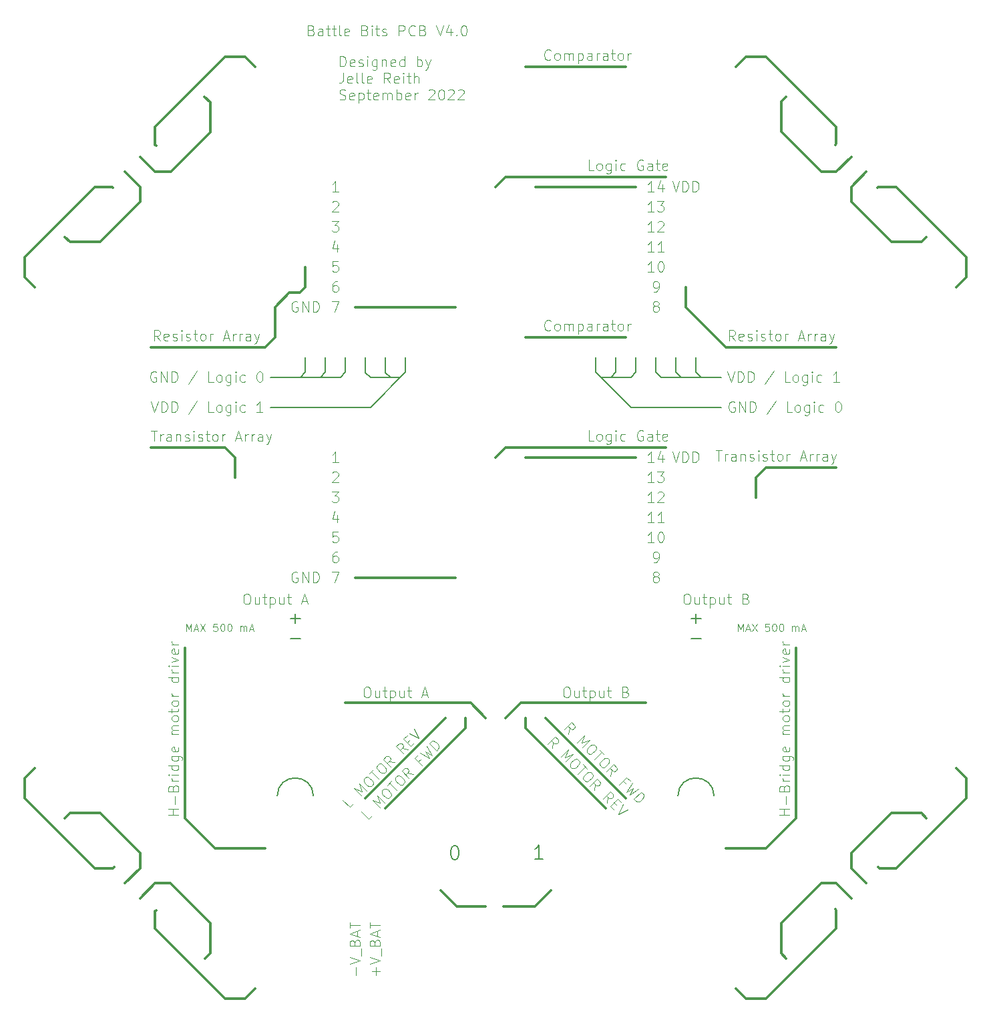
<source format=gbr>
%TF.GenerationSoftware,KiCad,Pcbnew,(6.0.7)*%
%TF.CreationDate,2022-09-06T19:29:11+02:00*%
%TF.ProjectId,BattleBits_V4,42617474-6c65-4426-9974-735f56342e6b,rev?*%
%TF.SameCoordinates,Original*%
%TF.FileFunction,Other,User*%
%FSLAX46Y46*%
G04 Gerber Fmt 4.6, Leading zero omitted, Abs format (unit mm)*
G04 Created by KiCad (PCBNEW (6.0.7)) date 2022-09-06 19:29:11*
%MOMM*%
%LPD*%
G01*
G04 APERTURE LIST*
%ADD10C,0.113792*%
%ADD11C,0.152400*%
%ADD12C,0.304800*%
%ADD13C,0.142240*%
%ADD14C,0.160000*%
%ADD15C,0.081280*%
G04 APERTURE END LIST*
D10*
X108295685Y-141434461D02*
X106987077Y-141434461D01*
X107610224Y-141434461D02*
X107610224Y-140686685D01*
X108295685Y-140686685D02*
X106987077Y-140686685D01*
X107797168Y-140063539D02*
X107797168Y-139066504D01*
X107610224Y-138007155D02*
X107672538Y-137820211D01*
X107734853Y-137757896D01*
X107859482Y-137695581D01*
X108046426Y-137695581D01*
X108171056Y-137757896D01*
X108233370Y-137820211D01*
X108295685Y-137944840D01*
X108295685Y-138443357D01*
X106987077Y-138443357D01*
X106987077Y-138007155D01*
X107049392Y-137882525D01*
X107111706Y-137820211D01*
X107236336Y-137757896D01*
X107360965Y-137757896D01*
X107485594Y-137820211D01*
X107547909Y-137882525D01*
X107610224Y-138007155D01*
X107610224Y-138443357D01*
X108295685Y-137134749D02*
X107423280Y-137134749D01*
X107672538Y-137134749D02*
X107547909Y-137072435D01*
X107485594Y-137010120D01*
X107423280Y-136885491D01*
X107423280Y-136760861D01*
X108295685Y-136324659D02*
X107423280Y-136324659D01*
X106987077Y-136324659D02*
X107049392Y-136386973D01*
X107111706Y-136324659D01*
X107049392Y-136262344D01*
X106987077Y-136324659D01*
X107111706Y-136324659D01*
X108295685Y-135140680D02*
X106987077Y-135140680D01*
X108233370Y-135140680D02*
X108295685Y-135265309D01*
X108295685Y-135514568D01*
X108233370Y-135639197D01*
X108171056Y-135701512D01*
X108046426Y-135763827D01*
X107672538Y-135763827D01*
X107547909Y-135701512D01*
X107485594Y-135639197D01*
X107423280Y-135514568D01*
X107423280Y-135265309D01*
X107485594Y-135140680D01*
X107423280Y-133956701D02*
X108482629Y-133956701D01*
X108607258Y-134019016D01*
X108669573Y-134081331D01*
X108731888Y-134205960D01*
X108731888Y-134392904D01*
X108669573Y-134517533D01*
X108233370Y-133956701D02*
X108295685Y-134081331D01*
X108295685Y-134330589D01*
X108233370Y-134455219D01*
X108171056Y-134517533D01*
X108046426Y-134579848D01*
X107672538Y-134579848D01*
X107547909Y-134517533D01*
X107485594Y-134455219D01*
X107423280Y-134330589D01*
X107423280Y-134081331D01*
X107485594Y-133956701D01*
X108233370Y-132835037D02*
X108295685Y-132959667D01*
X108295685Y-133208925D01*
X108233370Y-133333555D01*
X108108741Y-133395869D01*
X107610224Y-133395869D01*
X107485594Y-133333555D01*
X107423280Y-133208925D01*
X107423280Y-132959667D01*
X107485594Y-132835037D01*
X107610224Y-132772723D01*
X107734853Y-132772723D01*
X107859482Y-133395869D01*
X108295685Y-131214856D02*
X107423280Y-131214856D01*
X107547909Y-131214856D02*
X107485594Y-131152541D01*
X107423280Y-131027912D01*
X107423280Y-130840968D01*
X107485594Y-130716339D01*
X107610224Y-130654024D01*
X108295685Y-130654024D01*
X107610224Y-130654024D02*
X107485594Y-130591709D01*
X107423280Y-130467080D01*
X107423280Y-130280136D01*
X107485594Y-130155507D01*
X107610224Y-130093192D01*
X108295685Y-130093192D01*
X108295685Y-129283101D02*
X108233370Y-129407731D01*
X108171056Y-129470045D01*
X108046426Y-129532360D01*
X107672538Y-129532360D01*
X107547909Y-129470045D01*
X107485594Y-129407731D01*
X107423280Y-129283101D01*
X107423280Y-129096157D01*
X107485594Y-128971528D01*
X107547909Y-128909213D01*
X107672538Y-128846899D01*
X108046426Y-128846899D01*
X108171056Y-128909213D01*
X108233370Y-128971528D01*
X108295685Y-129096157D01*
X108295685Y-129283101D01*
X107423280Y-128473011D02*
X107423280Y-127974493D01*
X106987077Y-128286067D02*
X108108741Y-128286067D01*
X108233370Y-128223752D01*
X108295685Y-128099123D01*
X108295685Y-127974493D01*
X108295685Y-127351347D02*
X108233370Y-127475976D01*
X108171056Y-127538291D01*
X108046426Y-127600605D01*
X107672538Y-127600605D01*
X107547909Y-127538291D01*
X107485594Y-127475976D01*
X107423280Y-127351347D01*
X107423280Y-127164403D01*
X107485594Y-127039773D01*
X107547909Y-126977459D01*
X107672538Y-126915144D01*
X108046426Y-126915144D01*
X108171056Y-126977459D01*
X108233370Y-127039773D01*
X108295685Y-127164403D01*
X108295685Y-127351347D01*
X108295685Y-126354312D02*
X107423280Y-126354312D01*
X107672538Y-126354312D02*
X107547909Y-126291997D01*
X107485594Y-126229683D01*
X107423280Y-126105053D01*
X107423280Y-125980424D01*
X108295685Y-123986355D02*
X106987077Y-123986355D01*
X108233370Y-123986355D02*
X108295685Y-124110984D01*
X108295685Y-124360243D01*
X108233370Y-124484872D01*
X108171056Y-124547187D01*
X108046426Y-124609501D01*
X107672538Y-124609501D01*
X107547909Y-124547187D01*
X107485594Y-124484872D01*
X107423280Y-124360243D01*
X107423280Y-124110984D01*
X107485594Y-123986355D01*
X108295685Y-123363208D02*
X107423280Y-123363208D01*
X107672538Y-123363208D02*
X107547909Y-123300893D01*
X107485594Y-123238579D01*
X107423280Y-123113949D01*
X107423280Y-122989320D01*
X108295685Y-122553117D02*
X107423280Y-122553117D01*
X106987077Y-122553117D02*
X107049392Y-122615432D01*
X107111706Y-122553117D01*
X107049392Y-122490803D01*
X106987077Y-122553117D01*
X107111706Y-122553117D01*
X107423280Y-122054600D02*
X108295685Y-121743027D01*
X107423280Y-121431453D01*
X108233370Y-120434419D02*
X108295685Y-120559048D01*
X108295685Y-120808307D01*
X108233370Y-120932936D01*
X108108741Y-120995251D01*
X107610224Y-120995251D01*
X107485594Y-120932936D01*
X107423280Y-120808307D01*
X107423280Y-120559048D01*
X107485594Y-120434419D01*
X107610224Y-120372104D01*
X107734853Y-120372104D01*
X107859482Y-120995251D01*
X108295685Y-119811272D02*
X107423280Y-119811272D01*
X107672538Y-119811272D02*
X107547909Y-119748957D01*
X107485594Y-119686643D01*
X107423280Y-119562013D01*
X107423280Y-119437384D01*
D11*
X161844934Y-85940159D02*
X163095000Y-85940000D01*
X163095000Y-85940000D02*
X165635000Y-85940000D01*
X166270000Y-85305000D02*
X165635000Y-85940000D01*
X163730000Y-85305000D02*
X163095000Y-85940000D01*
X136348255Y-85997969D02*
X133860000Y-86000000D01*
X135160000Y-86000000D02*
X132620000Y-86000000D01*
X131985000Y-85365000D02*
X132620000Y-86000000D01*
X134525000Y-85365000D02*
X135160000Y-86000000D01*
D12*
X119280000Y-82130000D02*
X120550000Y-80860000D01*
D10*
X176398594Y-95229077D02*
X177146370Y-95229077D01*
X176772482Y-96537685D02*
X176772482Y-95229077D01*
X177582572Y-96537685D02*
X177582572Y-95665280D01*
X177582572Y-95914538D02*
X177644887Y-95789909D01*
X177707202Y-95727594D01*
X177831831Y-95665280D01*
X177956460Y-95665280D01*
X178953495Y-96537685D02*
X178953495Y-95852224D01*
X178891180Y-95727594D01*
X178766551Y-95665280D01*
X178517292Y-95665280D01*
X178392663Y-95727594D01*
X178953495Y-96475370D02*
X178828866Y-96537685D01*
X178517292Y-96537685D01*
X178392663Y-96475370D01*
X178330348Y-96350741D01*
X178330348Y-96226112D01*
X178392663Y-96101482D01*
X178517292Y-96039168D01*
X178828866Y-96039168D01*
X178953495Y-95976853D01*
X179576642Y-95665280D02*
X179576642Y-96537685D01*
X179576642Y-95789909D02*
X179638956Y-95727594D01*
X179763586Y-95665280D01*
X179950530Y-95665280D01*
X180075159Y-95727594D01*
X180137474Y-95852224D01*
X180137474Y-96537685D01*
X180698306Y-96475370D02*
X180822935Y-96537685D01*
X181072194Y-96537685D01*
X181196823Y-96475370D01*
X181259138Y-96350741D01*
X181259138Y-96288426D01*
X181196823Y-96163797D01*
X181072194Y-96101482D01*
X180885250Y-96101482D01*
X180760620Y-96039168D01*
X180698306Y-95914538D01*
X180698306Y-95852224D01*
X180760620Y-95727594D01*
X180885250Y-95665280D01*
X181072194Y-95665280D01*
X181196823Y-95727594D01*
X181819970Y-96537685D02*
X181819970Y-95665280D01*
X181819970Y-95229077D02*
X181757655Y-95291392D01*
X181819970Y-95353706D01*
X181882284Y-95291392D01*
X181819970Y-95229077D01*
X181819970Y-95353706D01*
X182380802Y-96475370D02*
X182505431Y-96537685D01*
X182754690Y-96537685D01*
X182879319Y-96475370D01*
X182941634Y-96350741D01*
X182941634Y-96288426D01*
X182879319Y-96163797D01*
X182754690Y-96101482D01*
X182567746Y-96101482D01*
X182443116Y-96039168D01*
X182380802Y-95914538D01*
X182380802Y-95852224D01*
X182443116Y-95727594D01*
X182567746Y-95665280D01*
X182754690Y-95665280D01*
X182879319Y-95727594D01*
X183315522Y-95665280D02*
X183814039Y-95665280D01*
X183502466Y-95229077D02*
X183502466Y-96350741D01*
X183564780Y-96475370D01*
X183689410Y-96537685D01*
X183814039Y-96537685D01*
X184437186Y-96537685D02*
X184312556Y-96475370D01*
X184250242Y-96413056D01*
X184187927Y-96288426D01*
X184187927Y-95914538D01*
X184250242Y-95789909D01*
X184312556Y-95727594D01*
X184437186Y-95665280D01*
X184624130Y-95665280D01*
X184748759Y-95727594D01*
X184811074Y-95789909D01*
X184873388Y-95914538D01*
X184873388Y-96288426D01*
X184811074Y-96413056D01*
X184748759Y-96475370D01*
X184624130Y-96537685D01*
X184437186Y-96537685D01*
X185434220Y-96537685D02*
X185434220Y-95665280D01*
X185434220Y-95914538D02*
X185496535Y-95789909D01*
X185558850Y-95727594D01*
X185683479Y-95665280D01*
X185808108Y-95665280D01*
X187179031Y-96163797D02*
X187802178Y-96163797D01*
X187054402Y-96537685D02*
X187490604Y-95229077D01*
X187926807Y-96537685D01*
X188363010Y-96537685D02*
X188363010Y-95665280D01*
X188363010Y-95914538D02*
X188425324Y-95789909D01*
X188487639Y-95727594D01*
X188612268Y-95665280D01*
X188736898Y-95665280D01*
X189173100Y-96537685D02*
X189173100Y-95665280D01*
X189173100Y-95914538D02*
X189235415Y-95789909D01*
X189297730Y-95727594D01*
X189422359Y-95665280D01*
X189546988Y-95665280D01*
X190544023Y-96537685D02*
X190544023Y-95852224D01*
X190481708Y-95727594D01*
X190357079Y-95665280D01*
X190107820Y-95665280D01*
X189983191Y-95727594D01*
X190544023Y-96475370D02*
X190419394Y-96537685D01*
X190107820Y-96537685D01*
X189983191Y-96475370D01*
X189920876Y-96350741D01*
X189920876Y-96226112D01*
X189983191Y-96101482D01*
X190107820Y-96039168D01*
X190419394Y-96039168D01*
X190544023Y-95976853D01*
X191042540Y-95665280D02*
X191354114Y-96537685D01*
X191665687Y-95665280D02*
X191354114Y-96537685D01*
X191229484Y-96849258D01*
X191167170Y-96911573D01*
X191042540Y-96973888D01*
D12*
X105310000Y-59905000D02*
X107300000Y-59905000D01*
D11*
X124360000Y-83400000D02*
X124360000Y-85305000D01*
X130075000Y-89750000D02*
X127535000Y-89750000D01*
D12*
X103405000Y-148170000D02*
X103405000Y-146265000D01*
X103405000Y-63715000D02*
X98325000Y-68795000D01*
X118010000Y-46570000D02*
X116740000Y-45300000D01*
X103405000Y-58000000D02*
X105310000Y-59905000D01*
X184685000Y-158965000D02*
X184685000Y-155155000D01*
X208180000Y-70700000D02*
X199290000Y-61810000D01*
X88800000Y-136740000D02*
X88800000Y-139280000D01*
X193575000Y-148170000D02*
X193575000Y-146265000D01*
X197131000Y-148170000D02*
X197004000Y-148043000D01*
D11*
X174525000Y-85940000D02*
X177065000Y-85940000D01*
D12*
X172620000Y-77050000D02*
X172620000Y-74510000D01*
X145315000Y-127215000D02*
X129440000Y-127215000D01*
D11*
X163730000Y-83400000D02*
X163730000Y-85305000D01*
D12*
X115470000Y-98640000D02*
X115470000Y-96100000D01*
X152300000Y-46570000D02*
X165000000Y-46570000D01*
X180240000Y-164680000D02*
X182780000Y-164680000D01*
X148490000Y-96100000D02*
X149760000Y-94830000D01*
D11*
X126900000Y-85305000D02*
X126265000Y-85940000D01*
D12*
X130710000Y-77050000D02*
X143410000Y-77050000D01*
D11*
X171985000Y-85940000D02*
X174525000Y-85940000D01*
D12*
X98325000Y-141185000D02*
X103405000Y-146265000D01*
D11*
X166270000Y-83400000D02*
X166270000Y-85305000D01*
D12*
X112300000Y-54900000D02*
X107300000Y-59905000D01*
D11*
X126265000Y-85940000D02*
X123725000Y-85940000D01*
X129440000Y-83400000D02*
X129440000Y-85305000D01*
D12*
X114200000Y-164680000D02*
X105310000Y-155790000D01*
X130710000Y-111340000D02*
X143410000Y-111340000D01*
D11*
X168810000Y-83400000D02*
X168810000Y-85305000D01*
D12*
X198655000Y-68795000D02*
X193575000Y-63715000D01*
X116740000Y-164680000D02*
X114200000Y-164680000D01*
X153449000Y-152990000D02*
X155475000Y-150964000D01*
D11*
X131980000Y-83400000D02*
X131980000Y-85305000D01*
D12*
X93880000Y-68160000D02*
X94515000Y-68795000D01*
X152300000Y-130390000D02*
X152300000Y-129120000D01*
D11*
X168810000Y-85305000D02*
X169445000Y-85940000D01*
D12*
X114200000Y-94830000D02*
X104800000Y-94830000D01*
X124360000Y-74510000D02*
X123700000Y-75200000D01*
X182780000Y-164680000D02*
X191670000Y-155790000D01*
X191670000Y-150075000D02*
X189765000Y-150075000D01*
X177700000Y-82130000D02*
X172620000Y-77050000D01*
D11*
X171350000Y-83400000D02*
X171350000Y-85305000D01*
X137060000Y-83400000D02*
X137060000Y-85305000D01*
D12*
X112295000Y-158965000D02*
X112295000Y-155155000D01*
X90070000Y-135470000D02*
X88800000Y-136740000D01*
D11*
X134520000Y-83400000D02*
X134520000Y-85305000D01*
X173890000Y-85305000D02*
X174525000Y-85940000D01*
D12*
X202465000Y-141185000D02*
X198655000Y-141185000D01*
X184685000Y-155155000D02*
X189765000Y-150075000D01*
X208180000Y-139280000D02*
X199290000Y-148170000D01*
X149760000Y-94830000D02*
X170080000Y-94830000D01*
X149760000Y-129120000D02*
X151665000Y-127215000D01*
X107215000Y-150075000D02*
X112295000Y-155155000D01*
X88800000Y-73240000D02*
X88800000Y-70700000D01*
X191670000Y-59905000D02*
X189765000Y-59905000D01*
X109120000Y-141820000D02*
X109120000Y-120230000D01*
X182780000Y-45300000D02*
X191670000Y-54190000D01*
D11*
X171350000Y-85305000D02*
X171985000Y-85940000D01*
D12*
X206910000Y-74510000D02*
X208180000Y-73240000D01*
D11*
X168175000Y-89750000D02*
X177065000Y-89750000D01*
D12*
X112295000Y-51100000D02*
X112300000Y-54900000D01*
X186590000Y-141820000D02*
X186590000Y-120230000D01*
X147220000Y-129120000D02*
X145315000Y-127215000D01*
X148490000Y-61810000D02*
X149760000Y-60540000D01*
X149760000Y-60540000D02*
X170080000Y-60540000D01*
X195480000Y-150075000D02*
X193575000Y-148170000D01*
X90070000Y-74510000D02*
X88800000Y-73240000D01*
X115470000Y-96100000D02*
X114200000Y-94830000D01*
X181510000Y-98640000D02*
X182780000Y-97370000D01*
X199290000Y-61810000D02*
X197004000Y-61810000D01*
D11*
X124360000Y-85305000D02*
X123725000Y-85940000D01*
D12*
X191670000Y-153504000D02*
X191543000Y-153377000D01*
X191670000Y-56349000D02*
X191543000Y-56476000D01*
X151665000Y-127215000D02*
X167540000Y-127215000D01*
X184685000Y-51015000D02*
X184685000Y-54825000D01*
X178970000Y-163410000D02*
X180240000Y-164680000D01*
X122300000Y-75200000D02*
X120550000Y-77050000D01*
D11*
X132615000Y-89750000D02*
X130075000Y-89750000D01*
D12*
X105310000Y-54190000D02*
X105310000Y-56476000D01*
X101500000Y-59905000D02*
X103405000Y-61810000D01*
D11*
X137060000Y-85305000D02*
X132615000Y-89750000D01*
D12*
X105310000Y-153631000D02*
X105437000Y-153504000D01*
X166270000Y-96100000D02*
X152300000Y-96100000D01*
X185320000Y-50380000D02*
X184685000Y-51015000D01*
D11*
X169445000Y-85940000D02*
X171985000Y-85940000D01*
D12*
X124360000Y-71970000D02*
X124360000Y-74510000D01*
X94515000Y-141185000D02*
X98325000Y-141185000D01*
D11*
X161190000Y-85305000D02*
X165635000Y-89750000D01*
D12*
X120550000Y-80860000D02*
X120550000Y-77050000D01*
D11*
X126900000Y-83400000D02*
X126900000Y-85305000D01*
X119915000Y-89750000D02*
X127535000Y-89750000D01*
X165635000Y-89750000D02*
X168175000Y-89750000D01*
D12*
X208180000Y-136740000D02*
X208180000Y-139280000D01*
X112930000Y-145630000D02*
X109120000Y-141820000D01*
X180240000Y-45300000D02*
X182780000Y-45300000D01*
X88800000Y-70700000D02*
X97690000Y-61810000D01*
X178970000Y-46570000D02*
X180240000Y-45300000D01*
X105310000Y-155790000D02*
X105310000Y-153631000D01*
X103405000Y-61810000D02*
X103405000Y-63715000D01*
X116740000Y-45300000D02*
X114200000Y-45300000D01*
X88800000Y-139280000D02*
X97690000Y-148170000D01*
X202465000Y-68795000D02*
X198655000Y-68795000D01*
X191670000Y-82130000D02*
X177700000Y-82130000D01*
X203100000Y-141820000D02*
X202465000Y-141185000D01*
X197004000Y-61810000D02*
X196877000Y-61937000D01*
X101500000Y-150075000D02*
X103405000Y-148170000D01*
X147220000Y-152996000D02*
X143537000Y-152996000D01*
X182780000Y-97370000D02*
X191670000Y-97370000D01*
X191670000Y-54190000D02*
X191670000Y-56349000D01*
X203100000Y-68160000D02*
X202465000Y-68795000D01*
X185320000Y-159600000D02*
X184685000Y-158965000D01*
X118010000Y-163410000D02*
X116740000Y-164680000D01*
X93880000Y-141820000D02*
X94515000Y-141185000D01*
X193575000Y-151980000D02*
X191670000Y-150075000D01*
X119280000Y-82130000D02*
X104800000Y-82130000D01*
X97690000Y-61810000D02*
X99849000Y-61810000D01*
X177700000Y-145630000D02*
X182780000Y-145630000D01*
D11*
X176176000Y-139026000D02*
G75*
G03*
X171604000Y-139026000I-2286000J0D01*
G01*
D12*
X182780000Y-145630000D02*
X186590000Y-141820000D01*
D11*
X123725000Y-85940000D02*
X119915000Y-85940000D01*
D12*
X193575000Y-58000000D02*
X191670000Y-59905000D01*
X94515000Y-68795000D02*
X98325000Y-68795000D01*
X189765000Y-59905000D02*
X184685000Y-54825000D01*
X191670000Y-155790000D02*
X191670000Y-153504000D01*
X149490000Y-152990000D02*
X153449000Y-152990000D01*
X105310000Y-150075000D02*
X107215000Y-150075000D01*
D11*
X161190000Y-83400000D02*
X161190000Y-85305000D01*
D12*
X208180000Y-73240000D02*
X208180000Y-70700000D01*
X152300000Y-80860000D02*
X165000000Y-80860000D01*
D11*
X128805000Y-85940000D02*
X126265000Y-85940000D01*
D12*
X144680000Y-130390000D02*
X144680000Y-129120000D01*
D11*
X125376000Y-139026000D02*
G75*
G03*
X120804000Y-139026000I-2286000J0D01*
G01*
D12*
X166270000Y-61810000D02*
X153570000Y-61810000D01*
X99976000Y-148170000D02*
X100103000Y-148043000D01*
X206910000Y-135470000D02*
X208180000Y-136740000D01*
X199290000Y-148170000D02*
X197131000Y-148170000D01*
X97690000Y-148170000D02*
X99976000Y-148170000D01*
X193575000Y-61810000D02*
X193575000Y-63715000D01*
D11*
X173890000Y-83400000D02*
X173890000Y-85305000D01*
D12*
X99849000Y-61810000D02*
X99976000Y-61937000D01*
X144680000Y-130390000D02*
X134520000Y-140550000D01*
X123700000Y-75200000D02*
X122300000Y-75200000D01*
X193575000Y-146265000D02*
X198655000Y-141185000D01*
X181510000Y-101180000D02*
X181510000Y-98640000D01*
X111660000Y-159600000D02*
X112295000Y-158965000D01*
X105310000Y-56476000D02*
X105437000Y-56603000D01*
X111600000Y-50400000D02*
X112295000Y-51100000D01*
X114200000Y-45300000D02*
X105310000Y-54190000D01*
X142140000Y-129120000D02*
X131980000Y-139280000D01*
X103405000Y-151980000D02*
X105310000Y-150075000D01*
X195480000Y-59905000D02*
X193575000Y-61810000D01*
X162460000Y-140550000D02*
X152300000Y-130390000D01*
X119280000Y-145630000D02*
X112930000Y-145630000D01*
D11*
X129440000Y-85305000D02*
X128805000Y-85940000D01*
D12*
X165000000Y-139280000D02*
X154840000Y-129120000D01*
X143537000Y-152996000D02*
X141505000Y-150964000D01*
D10*
X168560741Y-72561989D02*
X167812965Y-72561989D01*
X168186853Y-72561989D02*
X168186853Y-71253381D01*
X168062224Y-71440325D01*
X167937594Y-71564954D01*
X167812965Y-71627269D01*
X169370832Y-71253381D02*
X169495461Y-71253381D01*
X169620090Y-71315696D01*
X169682405Y-71378010D01*
X169744720Y-71502640D01*
X169807034Y-71751898D01*
X169807034Y-72063472D01*
X169744720Y-72312730D01*
X169682405Y-72437360D01*
X169620090Y-72499674D01*
X169495461Y-72561989D01*
X169370832Y-72561989D01*
X169246202Y-72499674D01*
X169183888Y-72437360D01*
X169121573Y-72312730D01*
X169059258Y-72063472D01*
X169059258Y-71751898D01*
X169121573Y-71502640D01*
X169183888Y-71378010D01*
X169246202Y-71315696D01*
X169370832Y-71253381D01*
X168560741Y-67481989D02*
X167812965Y-67481989D01*
X168186853Y-67481989D02*
X168186853Y-66173381D01*
X168062224Y-66360325D01*
X167937594Y-66484954D01*
X167812965Y-66547269D01*
X169059258Y-66298010D02*
X169121573Y-66235696D01*
X169246202Y-66173381D01*
X169557776Y-66173381D01*
X169682405Y-66235696D01*
X169744720Y-66298010D01*
X169807034Y-66422640D01*
X169807034Y-66547269D01*
X169744720Y-66734213D01*
X168996944Y-67481989D01*
X169807034Y-67481989D01*
X168560741Y-70021989D02*
X167812965Y-70021989D01*
X168186853Y-70021989D02*
X168186853Y-68713381D01*
X168062224Y-68900325D01*
X167937594Y-69024954D01*
X167812965Y-69087269D01*
X169807034Y-70021989D02*
X169059258Y-70021989D01*
X169433146Y-70021989D02*
X169433146Y-68713381D01*
X169308517Y-68900325D01*
X169183888Y-69024954D01*
X169059258Y-69087269D01*
X127733797Y-110623381D02*
X128606202Y-110623381D01*
X128045370Y-111931989D01*
X128481573Y-105543381D02*
X127858426Y-105543381D01*
X127796112Y-106166528D01*
X127858426Y-106104213D01*
X127983056Y-106041898D01*
X128294629Y-106041898D01*
X128419258Y-106104213D01*
X128481573Y-106166528D01*
X128543888Y-106291157D01*
X128543888Y-106602730D01*
X128481573Y-106727360D01*
X128419258Y-106789674D01*
X128294629Y-106851989D01*
X127983056Y-106851989D01*
X127858426Y-106789674D01*
X127796112Y-106727360D01*
X127796112Y-63758010D02*
X127858426Y-63695696D01*
X127983056Y-63633381D01*
X128294629Y-63633381D01*
X128419258Y-63695696D01*
X128481573Y-63758010D01*
X128543888Y-63882640D01*
X128543888Y-64007269D01*
X128481573Y-64194213D01*
X127733797Y-64941989D01*
X128543888Y-64941989D01*
X104811347Y-89033381D02*
X105247549Y-90341989D01*
X105683752Y-89033381D01*
X106119955Y-90341989D02*
X106119955Y-89033381D01*
X106431528Y-89033381D01*
X106618472Y-89095696D01*
X106743101Y-89220325D01*
X106805416Y-89344954D01*
X106867731Y-89594213D01*
X106867731Y-89781157D01*
X106805416Y-90030416D01*
X106743101Y-90155045D01*
X106618472Y-90279674D01*
X106431528Y-90341989D01*
X106119955Y-90341989D01*
X107428563Y-90341989D02*
X107428563Y-89033381D01*
X107740136Y-89033381D01*
X107927080Y-89095696D01*
X108051709Y-89220325D01*
X108114024Y-89344954D01*
X108176339Y-89594213D01*
X108176339Y-89781157D01*
X108114024Y-90030416D01*
X108051709Y-90155045D01*
X107927080Y-90279674D01*
X107740136Y-90341989D01*
X107428563Y-90341989D01*
X110668925Y-88971066D02*
X109547261Y-90653562D01*
X112725309Y-90341989D02*
X112102163Y-90341989D01*
X112102163Y-89033381D01*
X113348456Y-90341989D02*
X113223827Y-90279674D01*
X113161512Y-90217360D01*
X113099197Y-90092730D01*
X113099197Y-89718842D01*
X113161512Y-89594213D01*
X113223827Y-89531898D01*
X113348456Y-89469584D01*
X113535400Y-89469584D01*
X113660029Y-89531898D01*
X113722344Y-89594213D01*
X113784659Y-89718842D01*
X113784659Y-90092730D01*
X113722344Y-90217360D01*
X113660029Y-90279674D01*
X113535400Y-90341989D01*
X113348456Y-90341989D01*
X114906323Y-89469584D02*
X114906323Y-90528933D01*
X114844008Y-90653562D01*
X114781693Y-90715877D01*
X114657064Y-90778192D01*
X114470120Y-90778192D01*
X114345491Y-90715877D01*
X114906323Y-90279674D02*
X114781693Y-90341989D01*
X114532435Y-90341989D01*
X114407805Y-90279674D01*
X114345491Y-90217360D01*
X114283176Y-90092730D01*
X114283176Y-89718842D01*
X114345491Y-89594213D01*
X114407805Y-89531898D01*
X114532435Y-89469584D01*
X114781693Y-89469584D01*
X114906323Y-89531898D01*
X115529469Y-90341989D02*
X115529469Y-89469584D01*
X115529469Y-89033381D02*
X115467155Y-89095696D01*
X115529469Y-89158010D01*
X115591784Y-89095696D01*
X115529469Y-89033381D01*
X115529469Y-89158010D01*
X116713448Y-90279674D02*
X116588819Y-90341989D01*
X116339560Y-90341989D01*
X116214931Y-90279674D01*
X116152616Y-90217360D01*
X116090301Y-90092730D01*
X116090301Y-89718842D01*
X116152616Y-89594213D01*
X116214931Y-89531898D01*
X116339560Y-89469584D01*
X116588819Y-89469584D01*
X116713448Y-89531898D01*
X118956776Y-90341989D02*
X118209000Y-90341989D01*
X118582888Y-90341989D02*
X118582888Y-89033381D01*
X118458259Y-89220325D01*
X118333629Y-89344954D01*
X118209000Y-89407269D01*
X128419258Y-73793381D02*
X128170000Y-73793381D01*
X128045370Y-73855696D01*
X127983056Y-73918010D01*
X127858426Y-74104954D01*
X127796112Y-74354213D01*
X127796112Y-74852730D01*
X127858426Y-74977360D01*
X127920741Y-75039674D01*
X128045370Y-75101989D01*
X128294629Y-75101989D01*
X128419258Y-75039674D01*
X128481573Y-74977360D01*
X128543888Y-74852730D01*
X128543888Y-74541157D01*
X128481573Y-74416528D01*
X128419258Y-74354213D01*
X128294629Y-74291898D01*
X128045370Y-74291898D01*
X127920741Y-74354213D01*
X127858426Y-74416528D01*
X127796112Y-74541157D01*
X168560741Y-99231989D02*
X167812965Y-99231989D01*
X168186853Y-99231989D02*
X168186853Y-97923381D01*
X168062224Y-98110325D01*
X167937594Y-98234954D01*
X167812965Y-98297269D01*
X168996944Y-97923381D02*
X169807034Y-97923381D01*
X169370832Y-98421898D01*
X169557776Y-98421898D01*
X169682405Y-98484213D01*
X169744720Y-98546528D01*
X169807034Y-98671157D01*
X169807034Y-98982730D01*
X169744720Y-99107360D01*
X169682405Y-99169674D01*
X169557776Y-99231989D01*
X169183888Y-99231989D01*
X169059258Y-99169674D01*
X168996944Y-99107360D01*
X127796112Y-98048010D02*
X127858426Y-97985696D01*
X127983056Y-97923381D01*
X128294629Y-97923381D01*
X128419258Y-97985696D01*
X128481573Y-98048010D01*
X128543888Y-98172640D01*
X128543888Y-98297269D01*
X128481573Y-98484213D01*
X127733797Y-99231989D01*
X128543888Y-99231989D01*
D13*
X173266853Y-119076840D02*
X174513146Y-119076840D01*
D10*
X168685370Y-111184213D02*
X168560741Y-111121898D01*
X168498426Y-111059584D01*
X168436112Y-110934954D01*
X168436112Y-110872640D01*
X168498426Y-110748010D01*
X168560741Y-110685696D01*
X168685370Y-110623381D01*
X168934629Y-110623381D01*
X169059258Y-110685696D01*
X169121573Y-110748010D01*
X169183888Y-110872640D01*
X169183888Y-110934954D01*
X169121573Y-111059584D01*
X169059258Y-111121898D01*
X168934629Y-111184213D01*
X168685370Y-111184213D01*
X168560741Y-111246528D01*
X168498426Y-111308842D01*
X168436112Y-111433472D01*
X168436112Y-111682730D01*
X168498426Y-111807360D01*
X168560741Y-111869674D01*
X168685370Y-111931989D01*
X168934629Y-111931989D01*
X169059258Y-111869674D01*
X169121573Y-111807360D01*
X169183888Y-111682730D01*
X169183888Y-111433472D01*
X169121573Y-111308842D01*
X169059258Y-111246528D01*
X168934629Y-111184213D01*
X168560741Y-62401989D02*
X167812965Y-62401989D01*
X168186853Y-62401989D02*
X168186853Y-61093381D01*
X168062224Y-61280325D01*
X167937594Y-61404954D01*
X167812965Y-61467269D01*
X169682405Y-61529584D02*
X169682405Y-62401989D01*
X169370832Y-61031066D02*
X169059258Y-61965786D01*
X169869349Y-61965786D01*
X128419258Y-108083381D02*
X128170000Y-108083381D01*
X128045370Y-108145696D01*
X127983056Y-108208010D01*
X127858426Y-108394954D01*
X127796112Y-108644213D01*
X127796112Y-109142730D01*
X127858426Y-109267360D01*
X127920741Y-109329674D01*
X128045370Y-109391989D01*
X128294629Y-109391989D01*
X128419258Y-109329674D01*
X128481573Y-109267360D01*
X128543888Y-109142730D01*
X128543888Y-108831157D01*
X128481573Y-108706528D01*
X128419258Y-108644213D01*
X128294629Y-108581898D01*
X128045370Y-108581898D01*
X127920741Y-108644213D01*
X127858426Y-108706528D01*
X127796112Y-108831157D01*
X105933314Y-81305685D02*
X105497111Y-80682538D01*
X105185538Y-81305685D02*
X105185538Y-79997077D01*
X105684055Y-79997077D01*
X105808684Y-80059392D01*
X105870999Y-80121706D01*
X105933314Y-80246336D01*
X105933314Y-80433280D01*
X105870999Y-80557909D01*
X105808684Y-80620224D01*
X105684055Y-80682538D01*
X105185538Y-80682538D01*
X106992663Y-81243370D02*
X106868034Y-81305685D01*
X106618775Y-81305685D01*
X106494146Y-81243370D01*
X106431831Y-81118741D01*
X106431831Y-80620224D01*
X106494146Y-80495594D01*
X106618775Y-80433280D01*
X106868034Y-80433280D01*
X106992663Y-80495594D01*
X107054978Y-80620224D01*
X107054978Y-80744853D01*
X106431831Y-80869482D01*
X107553495Y-81243370D02*
X107678124Y-81305685D01*
X107927383Y-81305685D01*
X108052012Y-81243370D01*
X108114327Y-81118741D01*
X108114327Y-81056426D01*
X108052012Y-80931797D01*
X107927383Y-80869482D01*
X107740439Y-80869482D01*
X107615810Y-80807168D01*
X107553495Y-80682538D01*
X107553495Y-80620224D01*
X107615810Y-80495594D01*
X107740439Y-80433280D01*
X107927383Y-80433280D01*
X108052012Y-80495594D01*
X108675159Y-81305685D02*
X108675159Y-80433280D01*
X108675159Y-79997077D02*
X108612844Y-80059392D01*
X108675159Y-80121706D01*
X108737474Y-80059392D01*
X108675159Y-79997077D01*
X108675159Y-80121706D01*
X109235991Y-81243370D02*
X109360620Y-81305685D01*
X109609879Y-81305685D01*
X109734508Y-81243370D01*
X109796823Y-81118741D01*
X109796823Y-81056426D01*
X109734508Y-80931797D01*
X109609879Y-80869482D01*
X109422935Y-80869482D01*
X109298306Y-80807168D01*
X109235991Y-80682538D01*
X109235991Y-80620224D01*
X109298306Y-80495594D01*
X109422935Y-80433280D01*
X109609879Y-80433280D01*
X109734508Y-80495594D01*
X110170711Y-80433280D02*
X110669228Y-80433280D01*
X110357655Y-79997077D02*
X110357655Y-81118741D01*
X110419970Y-81243370D01*
X110544599Y-81305685D01*
X110669228Y-81305685D01*
X111292375Y-81305685D02*
X111167746Y-81243370D01*
X111105431Y-81181056D01*
X111043116Y-81056426D01*
X111043116Y-80682538D01*
X111105431Y-80557909D01*
X111167746Y-80495594D01*
X111292375Y-80433280D01*
X111479319Y-80433280D01*
X111603948Y-80495594D01*
X111666263Y-80557909D01*
X111728578Y-80682538D01*
X111728578Y-81056426D01*
X111666263Y-81181056D01*
X111603948Y-81243370D01*
X111479319Y-81305685D01*
X111292375Y-81305685D01*
X112289410Y-81305685D02*
X112289410Y-80433280D01*
X112289410Y-80682538D02*
X112351724Y-80557909D01*
X112414039Y-80495594D01*
X112538668Y-80433280D01*
X112663298Y-80433280D01*
X114034220Y-80931797D02*
X114657367Y-80931797D01*
X113909591Y-81305685D02*
X114345794Y-79997077D01*
X114781996Y-81305685D01*
X115218199Y-81305685D02*
X115218199Y-80433280D01*
X115218199Y-80682538D02*
X115280514Y-80557909D01*
X115342828Y-80495594D01*
X115467458Y-80433280D01*
X115592087Y-80433280D01*
X116028290Y-81305685D02*
X116028290Y-80433280D01*
X116028290Y-80682538D02*
X116090604Y-80557909D01*
X116152919Y-80495594D01*
X116277548Y-80433280D01*
X116402178Y-80433280D01*
X117399212Y-81305685D02*
X117399212Y-80620224D01*
X117336898Y-80495594D01*
X117212268Y-80433280D01*
X116963010Y-80433280D01*
X116838380Y-80495594D01*
X117399212Y-81243370D02*
X117274583Y-81305685D01*
X116963010Y-81305685D01*
X116838380Y-81243370D01*
X116776066Y-81118741D01*
X116776066Y-80994112D01*
X116838380Y-80869482D01*
X116963010Y-80807168D01*
X117274583Y-80807168D01*
X117399212Y-80744853D01*
X117897730Y-80433280D02*
X118209303Y-81305685D01*
X118520876Y-80433280D02*
X118209303Y-81305685D01*
X118084674Y-81617258D01*
X118022359Y-81679573D01*
X117897730Y-81741888D01*
D14*
X154525714Y-147032380D02*
X153474285Y-147032380D01*
X154000000Y-147032380D02*
X154000000Y-145192380D01*
X153824761Y-145455238D01*
X153649523Y-145630476D01*
X153474285Y-145718095D01*
D10*
X168560741Y-104311989D02*
X167812965Y-104311989D01*
X168186853Y-104311989D02*
X168186853Y-103003381D01*
X168062224Y-103190325D01*
X167937594Y-103314954D01*
X167812965Y-103377269D01*
X169807034Y-104311989D02*
X169059258Y-104311989D01*
X169433146Y-104311989D02*
X169433146Y-103003381D01*
X169308517Y-103190325D01*
X169183888Y-103314954D01*
X169059258Y-103377269D01*
X168560741Y-96691989D02*
X167812965Y-96691989D01*
X168186853Y-96691989D02*
X168186853Y-95383381D01*
X168062224Y-95570325D01*
X167937594Y-95694954D01*
X167812965Y-95757269D01*
X169682405Y-95819584D02*
X169682405Y-96691989D01*
X169370832Y-95321066D02*
X169059258Y-96255786D01*
X169869349Y-96255786D01*
X185765685Y-141434461D02*
X184457077Y-141434461D01*
X185080224Y-141434461D02*
X185080224Y-140686685D01*
X185765685Y-140686685D02*
X184457077Y-140686685D01*
X185267168Y-140063539D02*
X185267168Y-139066504D01*
X185080224Y-138007155D02*
X185142538Y-137820211D01*
X185204853Y-137757896D01*
X185329482Y-137695581D01*
X185516426Y-137695581D01*
X185641056Y-137757896D01*
X185703370Y-137820211D01*
X185765685Y-137944840D01*
X185765685Y-138443357D01*
X184457077Y-138443357D01*
X184457077Y-138007155D01*
X184519392Y-137882525D01*
X184581706Y-137820211D01*
X184706336Y-137757896D01*
X184830965Y-137757896D01*
X184955594Y-137820211D01*
X185017909Y-137882525D01*
X185080224Y-138007155D01*
X185080224Y-138443357D01*
X185765685Y-137134749D02*
X184893280Y-137134749D01*
X185142538Y-137134749D02*
X185017909Y-137072435D01*
X184955594Y-137010120D01*
X184893280Y-136885491D01*
X184893280Y-136760861D01*
X185765685Y-136324659D02*
X184893280Y-136324659D01*
X184457077Y-136324659D02*
X184519392Y-136386973D01*
X184581706Y-136324659D01*
X184519392Y-136262344D01*
X184457077Y-136324659D01*
X184581706Y-136324659D01*
X185765685Y-135140680D02*
X184457077Y-135140680D01*
X185703370Y-135140680D02*
X185765685Y-135265309D01*
X185765685Y-135514568D01*
X185703370Y-135639197D01*
X185641056Y-135701512D01*
X185516426Y-135763827D01*
X185142538Y-135763827D01*
X185017909Y-135701512D01*
X184955594Y-135639197D01*
X184893280Y-135514568D01*
X184893280Y-135265309D01*
X184955594Y-135140680D01*
X184893280Y-133956701D02*
X185952629Y-133956701D01*
X186077258Y-134019016D01*
X186139573Y-134081331D01*
X186201888Y-134205960D01*
X186201888Y-134392904D01*
X186139573Y-134517533D01*
X185703370Y-133956701D02*
X185765685Y-134081331D01*
X185765685Y-134330589D01*
X185703370Y-134455219D01*
X185641056Y-134517533D01*
X185516426Y-134579848D01*
X185142538Y-134579848D01*
X185017909Y-134517533D01*
X184955594Y-134455219D01*
X184893280Y-134330589D01*
X184893280Y-134081331D01*
X184955594Y-133956701D01*
X185703370Y-132835037D02*
X185765685Y-132959667D01*
X185765685Y-133208925D01*
X185703370Y-133333555D01*
X185578741Y-133395869D01*
X185080224Y-133395869D01*
X184955594Y-133333555D01*
X184893280Y-133208925D01*
X184893280Y-132959667D01*
X184955594Y-132835037D01*
X185080224Y-132772723D01*
X185204853Y-132772723D01*
X185329482Y-133395869D01*
X185765685Y-131214856D02*
X184893280Y-131214856D01*
X185017909Y-131214856D02*
X184955594Y-131152541D01*
X184893280Y-131027912D01*
X184893280Y-130840968D01*
X184955594Y-130716339D01*
X185080224Y-130654024D01*
X185765685Y-130654024D01*
X185080224Y-130654024D02*
X184955594Y-130591709D01*
X184893280Y-130467080D01*
X184893280Y-130280136D01*
X184955594Y-130155507D01*
X185080224Y-130093192D01*
X185765685Y-130093192D01*
X185765685Y-129283101D02*
X185703370Y-129407731D01*
X185641056Y-129470045D01*
X185516426Y-129532360D01*
X185142538Y-129532360D01*
X185017909Y-129470045D01*
X184955594Y-129407731D01*
X184893280Y-129283101D01*
X184893280Y-129096157D01*
X184955594Y-128971528D01*
X185017909Y-128909213D01*
X185142538Y-128846899D01*
X185516426Y-128846899D01*
X185641056Y-128909213D01*
X185703370Y-128971528D01*
X185765685Y-129096157D01*
X185765685Y-129283101D01*
X184893280Y-128473011D02*
X184893280Y-127974493D01*
X184457077Y-128286067D02*
X185578741Y-128286067D01*
X185703370Y-128223752D01*
X185765685Y-128099123D01*
X185765685Y-127974493D01*
X185765685Y-127351347D02*
X185703370Y-127475976D01*
X185641056Y-127538291D01*
X185516426Y-127600605D01*
X185142538Y-127600605D01*
X185017909Y-127538291D01*
X184955594Y-127475976D01*
X184893280Y-127351347D01*
X184893280Y-127164403D01*
X184955594Y-127039773D01*
X185017909Y-126977459D01*
X185142538Y-126915144D01*
X185516426Y-126915144D01*
X185641056Y-126977459D01*
X185703370Y-127039773D01*
X185765685Y-127164403D01*
X185765685Y-127351347D01*
X185765685Y-126354312D02*
X184893280Y-126354312D01*
X185142538Y-126354312D02*
X185017909Y-126291997D01*
X184955594Y-126229683D01*
X184893280Y-126105053D01*
X184893280Y-125980424D01*
X185765685Y-123986355D02*
X184457077Y-123986355D01*
X185703370Y-123986355D02*
X185765685Y-124110984D01*
X185765685Y-124360243D01*
X185703370Y-124484872D01*
X185641056Y-124547187D01*
X185516426Y-124609501D01*
X185142538Y-124609501D01*
X185017909Y-124547187D01*
X184955594Y-124484872D01*
X184893280Y-124360243D01*
X184893280Y-124110984D01*
X184955594Y-123986355D01*
X185765685Y-123363208D02*
X184893280Y-123363208D01*
X185142538Y-123363208D02*
X185017909Y-123300893D01*
X184955594Y-123238579D01*
X184893280Y-123113949D01*
X184893280Y-122989320D01*
X185765685Y-122553117D02*
X184893280Y-122553117D01*
X184457077Y-122553117D02*
X184519392Y-122615432D01*
X184581706Y-122553117D01*
X184519392Y-122490803D01*
X184457077Y-122553117D01*
X184581706Y-122553117D01*
X184893280Y-122054600D02*
X185765685Y-121743027D01*
X184893280Y-121431453D01*
X185703370Y-120434419D02*
X185765685Y-120559048D01*
X185765685Y-120808307D01*
X185703370Y-120932936D01*
X185578741Y-120995251D01*
X185080224Y-120995251D01*
X184955594Y-120932936D01*
X184893280Y-120808307D01*
X184893280Y-120559048D01*
X184955594Y-120434419D01*
X185080224Y-120372104D01*
X185204853Y-120372104D01*
X185329482Y-120995251D01*
X185765685Y-119811272D02*
X184893280Y-119811272D01*
X185142538Y-119811272D02*
X185017909Y-119748957D01*
X184955594Y-119686643D01*
X184893280Y-119562013D01*
X184893280Y-119437384D01*
D13*
X122466853Y-119076840D02*
X123713146Y-119076840D01*
D10*
X168560741Y-75101989D02*
X168810000Y-75101989D01*
X168934629Y-75039674D01*
X168996944Y-74977360D01*
X169121573Y-74790416D01*
X169183888Y-74541157D01*
X169183888Y-74042640D01*
X169121573Y-73918010D01*
X169059258Y-73855696D01*
X168934629Y-73793381D01*
X168685370Y-73793381D01*
X168560741Y-73855696D01*
X168498426Y-73918010D01*
X168436112Y-74042640D01*
X168436112Y-74354213D01*
X168498426Y-74478842D01*
X168560741Y-74541157D01*
X168685370Y-74603472D01*
X168934629Y-74603472D01*
X169059258Y-74541157D01*
X169121573Y-74478842D01*
X169183888Y-74354213D01*
X104798594Y-92729077D02*
X105546370Y-92729077D01*
X105172482Y-94037685D02*
X105172482Y-92729077D01*
X105982572Y-94037685D02*
X105982572Y-93165280D01*
X105982572Y-93414538D02*
X106044887Y-93289909D01*
X106107202Y-93227594D01*
X106231831Y-93165280D01*
X106356460Y-93165280D01*
X107353495Y-94037685D02*
X107353495Y-93352224D01*
X107291180Y-93227594D01*
X107166551Y-93165280D01*
X106917292Y-93165280D01*
X106792663Y-93227594D01*
X107353495Y-93975370D02*
X107228866Y-94037685D01*
X106917292Y-94037685D01*
X106792663Y-93975370D01*
X106730348Y-93850741D01*
X106730348Y-93726112D01*
X106792663Y-93601482D01*
X106917292Y-93539168D01*
X107228866Y-93539168D01*
X107353495Y-93476853D01*
X107976642Y-93165280D02*
X107976642Y-94037685D01*
X107976642Y-93289909D02*
X108038956Y-93227594D01*
X108163586Y-93165280D01*
X108350530Y-93165280D01*
X108475159Y-93227594D01*
X108537474Y-93352224D01*
X108537474Y-94037685D01*
X109098306Y-93975370D02*
X109222935Y-94037685D01*
X109472194Y-94037685D01*
X109596823Y-93975370D01*
X109659138Y-93850741D01*
X109659138Y-93788426D01*
X109596823Y-93663797D01*
X109472194Y-93601482D01*
X109285250Y-93601482D01*
X109160620Y-93539168D01*
X109098306Y-93414538D01*
X109098306Y-93352224D01*
X109160620Y-93227594D01*
X109285250Y-93165280D01*
X109472194Y-93165280D01*
X109596823Y-93227594D01*
X110219970Y-94037685D02*
X110219970Y-93165280D01*
X110219970Y-92729077D02*
X110157655Y-92791392D01*
X110219970Y-92853706D01*
X110282284Y-92791392D01*
X110219970Y-92729077D01*
X110219970Y-92853706D01*
X110780802Y-93975370D02*
X110905431Y-94037685D01*
X111154690Y-94037685D01*
X111279319Y-93975370D01*
X111341634Y-93850741D01*
X111341634Y-93788426D01*
X111279319Y-93663797D01*
X111154690Y-93601482D01*
X110967746Y-93601482D01*
X110843116Y-93539168D01*
X110780802Y-93414538D01*
X110780802Y-93352224D01*
X110843116Y-93227594D01*
X110967746Y-93165280D01*
X111154690Y-93165280D01*
X111279319Y-93227594D01*
X111715522Y-93165280D02*
X112214039Y-93165280D01*
X111902466Y-92729077D02*
X111902466Y-93850741D01*
X111964780Y-93975370D01*
X112089410Y-94037685D01*
X112214039Y-94037685D01*
X112837186Y-94037685D02*
X112712556Y-93975370D01*
X112650242Y-93913056D01*
X112587927Y-93788426D01*
X112587927Y-93414538D01*
X112650242Y-93289909D01*
X112712556Y-93227594D01*
X112837186Y-93165280D01*
X113024130Y-93165280D01*
X113148759Y-93227594D01*
X113211074Y-93289909D01*
X113273388Y-93414538D01*
X113273388Y-93788426D01*
X113211074Y-93913056D01*
X113148759Y-93975370D01*
X113024130Y-94037685D01*
X112837186Y-94037685D01*
X113834220Y-94037685D02*
X113834220Y-93165280D01*
X113834220Y-93414538D02*
X113896535Y-93289909D01*
X113958850Y-93227594D01*
X114083479Y-93165280D01*
X114208108Y-93165280D01*
X115579031Y-93663797D02*
X116202178Y-93663797D01*
X115454402Y-94037685D02*
X115890604Y-92729077D01*
X116326807Y-94037685D01*
X116763010Y-94037685D02*
X116763010Y-93165280D01*
X116763010Y-93414538D02*
X116825324Y-93289909D01*
X116887639Y-93227594D01*
X117012268Y-93165280D01*
X117136898Y-93165280D01*
X117573100Y-94037685D02*
X117573100Y-93165280D01*
X117573100Y-93414538D02*
X117635415Y-93289909D01*
X117697730Y-93227594D01*
X117822359Y-93165280D01*
X117946988Y-93165280D01*
X118944023Y-94037685D02*
X118944023Y-93352224D01*
X118881708Y-93227594D01*
X118757079Y-93165280D01*
X118507820Y-93165280D01*
X118383191Y-93227594D01*
X118944023Y-93975370D02*
X118819394Y-94037685D01*
X118507820Y-94037685D01*
X118383191Y-93975370D01*
X118320876Y-93850741D01*
X118320876Y-93726112D01*
X118383191Y-93601482D01*
X118507820Y-93539168D01*
X118819394Y-93539168D01*
X118944023Y-93476853D01*
X119442540Y-93165280D02*
X119754114Y-94037685D01*
X120065687Y-93165280D02*
X119754114Y-94037685D01*
X119629484Y-94349258D01*
X119567170Y-94411573D01*
X119442540Y-94473888D01*
X172628805Y-113398077D02*
X172878064Y-113398077D01*
X173002693Y-113460392D01*
X173127322Y-113585021D01*
X173189637Y-113834280D01*
X173189637Y-114270482D01*
X173127322Y-114519741D01*
X173002693Y-114644370D01*
X172878064Y-114706685D01*
X172628805Y-114706685D01*
X172504176Y-114644370D01*
X172379546Y-114519741D01*
X172317232Y-114270482D01*
X172317232Y-113834280D01*
X172379546Y-113585021D01*
X172504176Y-113460392D01*
X172628805Y-113398077D01*
X174311301Y-113834280D02*
X174311301Y-114706685D01*
X173750469Y-113834280D02*
X173750469Y-114519741D01*
X173812784Y-114644370D01*
X173937413Y-114706685D01*
X174124357Y-114706685D01*
X174248986Y-114644370D01*
X174311301Y-114582056D01*
X174747504Y-113834280D02*
X175246021Y-113834280D01*
X174934448Y-113398077D02*
X174934448Y-114519741D01*
X174996762Y-114644370D01*
X175121392Y-114706685D01*
X175246021Y-114706685D01*
X175682224Y-113834280D02*
X175682224Y-115142888D01*
X175682224Y-113896594D02*
X175806853Y-113834280D01*
X176056112Y-113834280D01*
X176180741Y-113896594D01*
X176243056Y-113958909D01*
X176305370Y-114083538D01*
X176305370Y-114457426D01*
X176243056Y-114582056D01*
X176180741Y-114644370D01*
X176056112Y-114706685D01*
X175806853Y-114706685D01*
X175682224Y-114644370D01*
X177427034Y-113834280D02*
X177427034Y-114706685D01*
X176866202Y-113834280D02*
X176866202Y-114519741D01*
X176928517Y-114644370D01*
X177053146Y-114706685D01*
X177240090Y-114706685D01*
X177364720Y-114644370D01*
X177427034Y-114582056D01*
X177863237Y-113834280D02*
X178361754Y-113834280D01*
X178050181Y-113398077D02*
X178050181Y-114519741D01*
X178112496Y-114644370D01*
X178237125Y-114706685D01*
X178361754Y-114706685D01*
X180231194Y-114021224D02*
X180418138Y-114083538D01*
X180480453Y-114145853D01*
X180542768Y-114270482D01*
X180542768Y-114457426D01*
X180480453Y-114582056D01*
X180418138Y-114644370D01*
X180293509Y-114706685D01*
X179794992Y-114706685D01*
X179794992Y-113398077D01*
X180231194Y-113398077D01*
X180355824Y-113460392D01*
X180418138Y-113522706D01*
X180480453Y-113647336D01*
X180480453Y-113771965D01*
X180418138Y-113896594D01*
X180355824Y-113958909D01*
X180231194Y-114021224D01*
X179794992Y-114021224D01*
X160928684Y-59715685D02*
X160305538Y-59715685D01*
X160305538Y-58407077D01*
X161551831Y-59715685D02*
X161427202Y-59653370D01*
X161364887Y-59591056D01*
X161302572Y-59466426D01*
X161302572Y-59092538D01*
X161364887Y-58967909D01*
X161427202Y-58905594D01*
X161551831Y-58843280D01*
X161738775Y-58843280D01*
X161863404Y-58905594D01*
X161925719Y-58967909D01*
X161988034Y-59092538D01*
X161988034Y-59466426D01*
X161925719Y-59591056D01*
X161863404Y-59653370D01*
X161738775Y-59715685D01*
X161551831Y-59715685D01*
X163109698Y-58843280D02*
X163109698Y-59902629D01*
X163047383Y-60027258D01*
X162985068Y-60089573D01*
X162860439Y-60151888D01*
X162673495Y-60151888D01*
X162548866Y-60089573D01*
X163109698Y-59653370D02*
X162985068Y-59715685D01*
X162735810Y-59715685D01*
X162611180Y-59653370D01*
X162548866Y-59591056D01*
X162486551Y-59466426D01*
X162486551Y-59092538D01*
X162548866Y-58967909D01*
X162611180Y-58905594D01*
X162735810Y-58843280D01*
X162985068Y-58843280D01*
X163109698Y-58905594D01*
X163732844Y-59715685D02*
X163732844Y-58843280D01*
X163732844Y-58407077D02*
X163670530Y-58469392D01*
X163732844Y-58531706D01*
X163795159Y-58469392D01*
X163732844Y-58407077D01*
X163732844Y-58531706D01*
X164916823Y-59653370D02*
X164792194Y-59715685D01*
X164542935Y-59715685D01*
X164418306Y-59653370D01*
X164355991Y-59591056D01*
X164293676Y-59466426D01*
X164293676Y-59092538D01*
X164355991Y-58967909D01*
X164418306Y-58905594D01*
X164542935Y-58843280D01*
X164792194Y-58843280D01*
X164916823Y-58905594D01*
X167160151Y-58469392D02*
X167035522Y-58407077D01*
X166848578Y-58407077D01*
X166661634Y-58469392D01*
X166537004Y-58594021D01*
X166474690Y-58718650D01*
X166412375Y-58967909D01*
X166412375Y-59154853D01*
X166474690Y-59404112D01*
X166537004Y-59528741D01*
X166661634Y-59653370D01*
X166848578Y-59715685D01*
X166973207Y-59715685D01*
X167160151Y-59653370D01*
X167222466Y-59591056D01*
X167222466Y-59154853D01*
X166973207Y-59154853D01*
X168344130Y-59715685D02*
X168344130Y-59030224D01*
X168281815Y-58905594D01*
X168157186Y-58843280D01*
X167907927Y-58843280D01*
X167783298Y-58905594D01*
X168344130Y-59653370D02*
X168219500Y-59715685D01*
X167907927Y-59715685D01*
X167783298Y-59653370D01*
X167720983Y-59528741D01*
X167720983Y-59404112D01*
X167783298Y-59279482D01*
X167907927Y-59217168D01*
X168219500Y-59217168D01*
X168344130Y-59154853D01*
X168780332Y-58843280D02*
X169278850Y-58843280D01*
X168967276Y-58407077D02*
X168967276Y-59528741D01*
X169029591Y-59653370D01*
X169154220Y-59715685D01*
X169278850Y-59715685D01*
X170213570Y-59653370D02*
X170088940Y-59715685D01*
X169839682Y-59715685D01*
X169715052Y-59653370D01*
X169652738Y-59528741D01*
X169652738Y-59030224D01*
X169715052Y-58905594D01*
X169839682Y-58843280D01*
X170088940Y-58843280D01*
X170213570Y-58905594D01*
X170275884Y-59030224D01*
X170275884Y-59154853D01*
X169652738Y-59279482D01*
X168560741Y-106851989D02*
X167812965Y-106851989D01*
X168186853Y-106851989D02*
X168186853Y-105543381D01*
X168062224Y-105730325D01*
X167937594Y-105854954D01*
X167812965Y-105917269D01*
X169370832Y-105543381D02*
X169495461Y-105543381D01*
X169620090Y-105605696D01*
X169682405Y-105668010D01*
X169744720Y-105792640D01*
X169807034Y-106041898D01*
X169807034Y-106353472D01*
X169744720Y-106602730D01*
X169682405Y-106727360D01*
X169620090Y-106789674D01*
X169495461Y-106851989D01*
X169370832Y-106851989D01*
X169246202Y-106789674D01*
X169183888Y-106727360D01*
X169121573Y-106602730D01*
X169059258Y-106353472D01*
X169059258Y-106041898D01*
X169121573Y-105792640D01*
X169183888Y-105668010D01*
X169246202Y-105605696D01*
X169370832Y-105543381D01*
X130803472Y-161754461D02*
X130803472Y-160757427D01*
X129993381Y-160321224D02*
X131301989Y-159885021D01*
X129993381Y-159448819D01*
X131426618Y-159324189D02*
X131426618Y-158327155D01*
X130616528Y-157579379D02*
X130678842Y-157392435D01*
X130741157Y-157330120D01*
X130865786Y-157267805D01*
X131052730Y-157267805D01*
X131177360Y-157330120D01*
X131239674Y-157392435D01*
X131301989Y-157517064D01*
X131301989Y-158015581D01*
X129993381Y-158015581D01*
X129993381Y-157579379D01*
X130055696Y-157454749D01*
X130118010Y-157392435D01*
X130242640Y-157330120D01*
X130367269Y-157330120D01*
X130491898Y-157392435D01*
X130554213Y-157454749D01*
X130616528Y-157579379D01*
X130616528Y-158015581D01*
X130928101Y-156769288D02*
X130928101Y-156146141D01*
X131301989Y-156893917D02*
X129993381Y-156457715D01*
X131301989Y-156021512D01*
X129993381Y-155772253D02*
X129993381Y-155024477D01*
X131301989Y-155398365D02*
X129993381Y-155398365D01*
X127733797Y-100463381D02*
X128543888Y-100463381D01*
X128107685Y-100961898D01*
X128294629Y-100961898D01*
X128419258Y-101024213D01*
X128481573Y-101086528D01*
X128543888Y-101211157D01*
X128543888Y-101522730D01*
X128481573Y-101647360D01*
X128419258Y-101709674D01*
X128294629Y-101771989D01*
X127920741Y-101771989D01*
X127796112Y-101709674D01*
X127733797Y-101647360D01*
X178770999Y-89095696D02*
X178646370Y-89033381D01*
X178459426Y-89033381D01*
X178272482Y-89095696D01*
X178147852Y-89220325D01*
X178085538Y-89344954D01*
X178023223Y-89594213D01*
X178023223Y-89781157D01*
X178085538Y-90030416D01*
X178147852Y-90155045D01*
X178272482Y-90279674D01*
X178459426Y-90341989D01*
X178584055Y-90341989D01*
X178770999Y-90279674D01*
X178833314Y-90217360D01*
X178833314Y-89781157D01*
X178584055Y-89781157D01*
X179394146Y-90341989D02*
X179394146Y-89033381D01*
X180141922Y-90341989D01*
X180141922Y-89033381D01*
X180765068Y-90341989D02*
X180765068Y-89033381D01*
X181076642Y-89033381D01*
X181263586Y-89095696D01*
X181388215Y-89220325D01*
X181450530Y-89344954D01*
X181512844Y-89594213D01*
X181512844Y-89781157D01*
X181450530Y-90030416D01*
X181388215Y-90155045D01*
X181263586Y-90279674D01*
X181076642Y-90341989D01*
X180765068Y-90341989D01*
X184005431Y-88971066D02*
X182883767Y-90653562D01*
X186061815Y-90341989D02*
X185438668Y-90341989D01*
X185438668Y-89033381D01*
X186684962Y-90341989D02*
X186560332Y-90279674D01*
X186498018Y-90217360D01*
X186435703Y-90092730D01*
X186435703Y-89718842D01*
X186498018Y-89594213D01*
X186560332Y-89531898D01*
X186684962Y-89469584D01*
X186871906Y-89469584D01*
X186996535Y-89531898D01*
X187058850Y-89594213D01*
X187121164Y-89718842D01*
X187121164Y-90092730D01*
X187058850Y-90217360D01*
X186996535Y-90279674D01*
X186871906Y-90341989D01*
X186684962Y-90341989D01*
X188242828Y-89469584D02*
X188242828Y-90528933D01*
X188180514Y-90653562D01*
X188118199Y-90715877D01*
X187993570Y-90778192D01*
X187806626Y-90778192D01*
X187681996Y-90715877D01*
X188242828Y-90279674D02*
X188118199Y-90341989D01*
X187868940Y-90341989D01*
X187744311Y-90279674D01*
X187681996Y-90217360D01*
X187619682Y-90092730D01*
X187619682Y-89718842D01*
X187681996Y-89594213D01*
X187744311Y-89531898D01*
X187868940Y-89469584D01*
X188118199Y-89469584D01*
X188242828Y-89531898D01*
X188865975Y-90341989D02*
X188865975Y-89469584D01*
X188865975Y-89033381D02*
X188803660Y-89095696D01*
X188865975Y-89158010D01*
X188928290Y-89095696D01*
X188865975Y-89033381D01*
X188865975Y-89158010D01*
X190049954Y-90279674D02*
X189925324Y-90341989D01*
X189676066Y-90341989D01*
X189551436Y-90279674D01*
X189489122Y-90217360D01*
X189426807Y-90092730D01*
X189426807Y-89718842D01*
X189489122Y-89594213D01*
X189551436Y-89531898D01*
X189676066Y-89469584D01*
X189925324Y-89469584D01*
X190049954Y-89531898D01*
X191857079Y-89033381D02*
X191981708Y-89033381D01*
X192106338Y-89095696D01*
X192168652Y-89158010D01*
X192230967Y-89282640D01*
X192293282Y-89531898D01*
X192293282Y-89843472D01*
X192230967Y-90092730D01*
X192168652Y-90217360D01*
X192106338Y-90279674D01*
X191981708Y-90341989D01*
X191857079Y-90341989D01*
X191732450Y-90279674D01*
X191670135Y-90217360D01*
X191607820Y-90092730D01*
X191545506Y-89843472D01*
X191545506Y-89531898D01*
X191607820Y-89282640D01*
X191670135Y-89158010D01*
X191732450Y-89095696D01*
X191857079Y-89033381D01*
X157388805Y-125209077D02*
X157638064Y-125209077D01*
X157762693Y-125271392D01*
X157887322Y-125396021D01*
X157949637Y-125645280D01*
X157949637Y-126081482D01*
X157887322Y-126330741D01*
X157762693Y-126455370D01*
X157638064Y-126517685D01*
X157388805Y-126517685D01*
X157264176Y-126455370D01*
X157139546Y-126330741D01*
X157077232Y-126081482D01*
X157077232Y-125645280D01*
X157139546Y-125396021D01*
X157264176Y-125271392D01*
X157388805Y-125209077D01*
X159071301Y-125645280D02*
X159071301Y-126517685D01*
X158510469Y-125645280D02*
X158510469Y-126330741D01*
X158572784Y-126455370D01*
X158697413Y-126517685D01*
X158884357Y-126517685D01*
X159008986Y-126455370D01*
X159071301Y-126393056D01*
X159507504Y-125645280D02*
X160006021Y-125645280D01*
X159694448Y-125209077D02*
X159694448Y-126330741D01*
X159756762Y-126455370D01*
X159881392Y-126517685D01*
X160006021Y-126517685D01*
X160442224Y-125645280D02*
X160442224Y-126953888D01*
X160442224Y-125707594D02*
X160566853Y-125645280D01*
X160816112Y-125645280D01*
X160940741Y-125707594D01*
X161003056Y-125769909D01*
X161065370Y-125894538D01*
X161065370Y-126268426D01*
X161003056Y-126393056D01*
X160940741Y-126455370D01*
X160816112Y-126517685D01*
X160566853Y-126517685D01*
X160442224Y-126455370D01*
X162187034Y-125645280D02*
X162187034Y-126517685D01*
X161626202Y-125645280D02*
X161626202Y-126330741D01*
X161688517Y-126455370D01*
X161813146Y-126517685D01*
X162000090Y-126517685D01*
X162124720Y-126455370D01*
X162187034Y-126393056D01*
X162623237Y-125645280D02*
X163121754Y-125645280D01*
X162810181Y-125209077D02*
X162810181Y-126330741D01*
X162872496Y-126455370D01*
X162997125Y-126517685D01*
X163121754Y-126517685D01*
X164991194Y-125832224D02*
X165178138Y-125894538D01*
X165240453Y-125956853D01*
X165302768Y-126081482D01*
X165302768Y-126268426D01*
X165240453Y-126393056D01*
X165178138Y-126455370D01*
X165053509Y-126517685D01*
X164554992Y-126517685D01*
X164554992Y-125209077D01*
X164991194Y-125209077D01*
X165115824Y-125271392D01*
X165178138Y-125333706D01*
X165240453Y-125458336D01*
X165240453Y-125582965D01*
X165178138Y-125707594D01*
X165115824Y-125769909D01*
X164991194Y-125832224D01*
X164554992Y-125832224D01*
X157745437Y-131147310D02*
X157877626Y-130398237D01*
X157216679Y-130618553D02*
X158142005Y-129693227D01*
X158494510Y-130045732D01*
X158538573Y-130177922D01*
X158538573Y-130266048D01*
X158494510Y-130398237D01*
X158362320Y-130530427D01*
X158230131Y-130574490D01*
X158142005Y-130574490D01*
X158009815Y-130530427D01*
X157657310Y-130177922D01*
X158847015Y-132248889D02*
X159772340Y-131323563D01*
X159419835Y-132292952D01*
X160389224Y-131940447D01*
X159463899Y-132865772D01*
X161006108Y-132557330D02*
X161182360Y-132733583D01*
X161226423Y-132865772D01*
X161226423Y-133042025D01*
X161094234Y-133262340D01*
X160785792Y-133570782D01*
X160565477Y-133702972D01*
X160389224Y-133702972D01*
X160257035Y-133658909D01*
X160080782Y-133482656D01*
X160036719Y-133350467D01*
X160036719Y-133174214D01*
X160168909Y-132953899D01*
X160477350Y-132645457D01*
X160697666Y-132513267D01*
X160873918Y-132513267D01*
X161006108Y-132557330D01*
X161667055Y-133218277D02*
X162195812Y-133747035D01*
X161006108Y-134407982D02*
X161931433Y-133482656D01*
X162680507Y-134231729D02*
X162856759Y-134407982D01*
X162900822Y-134540171D01*
X162900822Y-134716423D01*
X162768633Y-134936739D01*
X162460191Y-135245181D01*
X162239875Y-135377370D01*
X162063623Y-135377370D01*
X161931433Y-135333307D01*
X161755181Y-135157055D01*
X161711118Y-135024865D01*
X161711118Y-134848613D01*
X161843307Y-134628297D01*
X162151749Y-134319855D01*
X162372065Y-134187666D01*
X162548317Y-134187666D01*
X162680507Y-134231729D01*
X163077075Y-136478948D02*
X163209264Y-135729875D01*
X162548317Y-135950191D02*
X163473643Y-135024865D01*
X163826148Y-135377370D01*
X163870211Y-135509560D01*
X163870211Y-135597686D01*
X163826148Y-135729875D01*
X163693958Y-135862065D01*
X163561769Y-135906128D01*
X163473643Y-135906128D01*
X163341453Y-135862065D01*
X162988948Y-135509560D01*
X164971789Y-137404274D02*
X164663347Y-137095832D01*
X164178653Y-137580526D02*
X165103978Y-136655201D01*
X165544610Y-137095832D01*
X165808988Y-137360211D02*
X165103978Y-138505852D01*
X165941178Y-138021158D01*
X165456483Y-138858357D01*
X166602125Y-138153347D01*
X166029304Y-139431178D02*
X166954630Y-138505852D01*
X167174945Y-138726168D01*
X167263071Y-138902420D01*
X167263071Y-139078673D01*
X167219008Y-139210862D01*
X167086819Y-139431178D01*
X166954630Y-139563367D01*
X166734314Y-139695556D01*
X166602125Y-139739620D01*
X166425872Y-139739620D01*
X166249620Y-139651493D01*
X166029304Y-139431178D01*
X133343472Y-161754461D02*
X133343472Y-160757427D01*
X133841989Y-161255944D02*
X132844954Y-161255944D01*
X132533381Y-160321224D02*
X133841989Y-159885021D01*
X132533381Y-159448819D01*
X133966618Y-159324189D02*
X133966618Y-158327155D01*
X133156528Y-157579379D02*
X133218842Y-157392435D01*
X133281157Y-157330120D01*
X133405786Y-157267805D01*
X133592730Y-157267805D01*
X133717360Y-157330120D01*
X133779674Y-157392435D01*
X133841989Y-157517064D01*
X133841989Y-158015581D01*
X132533381Y-158015581D01*
X132533381Y-157579379D01*
X132595696Y-157454749D01*
X132658010Y-157392435D01*
X132782640Y-157330120D01*
X132907269Y-157330120D01*
X133031898Y-157392435D01*
X133094213Y-157454749D01*
X133156528Y-157579379D01*
X133156528Y-158015581D01*
X133468101Y-156769288D02*
X133468101Y-156146141D01*
X133841989Y-156893917D02*
X132533381Y-156457715D01*
X133841989Y-156021512D01*
X132533381Y-155772253D02*
X132533381Y-155024477D01*
X133841989Y-155398365D02*
X132533381Y-155398365D01*
D13*
X122466853Y-116536840D02*
X123713146Y-116536840D01*
X123090000Y-117159986D02*
X123090000Y-115913693D01*
D10*
X130478526Y-140003998D02*
X130037894Y-140444630D01*
X129112569Y-139519304D01*
X131491977Y-138990546D02*
X130566652Y-138065221D01*
X131536041Y-138417726D01*
X131183536Y-137448337D01*
X132108861Y-138373663D01*
X131800419Y-136831453D02*
X131976672Y-136655201D01*
X132108861Y-136611138D01*
X132285114Y-136611138D01*
X132505429Y-136743327D01*
X132813871Y-137051769D01*
X132946061Y-137272085D01*
X132946061Y-137448337D01*
X132901997Y-137580526D01*
X132725745Y-137756779D01*
X132593556Y-137800842D01*
X132417303Y-137800842D01*
X132196987Y-137668653D01*
X131888546Y-137360211D01*
X131756356Y-137139895D01*
X131756356Y-136963643D01*
X131800419Y-136831453D01*
X132461366Y-136170507D02*
X132990124Y-135641749D01*
X133651071Y-136831453D02*
X132725745Y-135906128D01*
X133474818Y-135157055D02*
X133651071Y-134980802D01*
X133783260Y-134936739D01*
X133959512Y-134936739D01*
X134179828Y-135068928D01*
X134488270Y-135377370D01*
X134620459Y-135597686D01*
X134620459Y-135773938D01*
X134576396Y-135906128D01*
X134400144Y-136082380D01*
X134267954Y-136126443D01*
X134091702Y-136126443D01*
X133871386Y-135994254D01*
X133562944Y-135685812D01*
X133430755Y-135465497D01*
X133430755Y-135289244D01*
X133474818Y-135157055D01*
X135722037Y-134760487D02*
X134972964Y-134628297D01*
X135193280Y-135289244D02*
X134267954Y-134363918D01*
X134620459Y-134011414D01*
X134752649Y-133967350D01*
X134840775Y-133967350D01*
X134972964Y-134011414D01*
X135105154Y-134143603D01*
X135149217Y-134275792D01*
X135149217Y-134363918D01*
X135105154Y-134496108D01*
X134752649Y-134848613D01*
X137352373Y-133130151D02*
X136603300Y-132997962D01*
X136823615Y-133658909D02*
X135898290Y-132733583D01*
X136250795Y-132381078D01*
X136382984Y-132337015D01*
X136471110Y-132337015D01*
X136603300Y-132381078D01*
X136735489Y-132513267D01*
X136779552Y-132645457D01*
X136779552Y-132733583D01*
X136735489Y-132865772D01*
X136382984Y-133218277D01*
X137264247Y-132248889D02*
X137572689Y-131940447D01*
X138189572Y-132292952D02*
X137748941Y-132733583D01*
X136823615Y-131808257D01*
X137264247Y-131367626D01*
X137528625Y-131103247D02*
X138762393Y-131720131D01*
X138145509Y-130486364D01*
X128419258Y-103439584D02*
X128419258Y-104311989D01*
X128107685Y-102941066D02*
X127796112Y-103875786D01*
X128606202Y-103875786D01*
X168560741Y-101771989D02*
X167812965Y-101771989D01*
X168186853Y-101771989D02*
X168186853Y-100463381D01*
X168062224Y-100650325D01*
X167937594Y-100774954D01*
X167812965Y-100837269D01*
X169059258Y-100588010D02*
X169121573Y-100525696D01*
X169246202Y-100463381D01*
X169557776Y-100463381D01*
X169682405Y-100525696D01*
X169744720Y-100588010D01*
X169807034Y-100712640D01*
X169807034Y-100837269D01*
X169744720Y-101024213D01*
X168996944Y-101771989D01*
X169807034Y-101771989D01*
X177898594Y-85223381D02*
X178334796Y-86531989D01*
X178770999Y-85223381D01*
X179207202Y-86531989D02*
X179207202Y-85223381D01*
X179518775Y-85223381D01*
X179705719Y-85285696D01*
X179830348Y-85410325D01*
X179892663Y-85534954D01*
X179954978Y-85784213D01*
X179954978Y-85971157D01*
X179892663Y-86220416D01*
X179830348Y-86345045D01*
X179705719Y-86469674D01*
X179518775Y-86531989D01*
X179207202Y-86531989D01*
X180515810Y-86531989D02*
X180515810Y-85223381D01*
X180827383Y-85223381D01*
X181014327Y-85285696D01*
X181138956Y-85410325D01*
X181201271Y-85534954D01*
X181263586Y-85784213D01*
X181263586Y-85971157D01*
X181201271Y-86220416D01*
X181138956Y-86345045D01*
X181014327Y-86469674D01*
X180827383Y-86531989D01*
X180515810Y-86531989D01*
X183756172Y-85161066D02*
X182634508Y-86843562D01*
X185812556Y-86531989D02*
X185189410Y-86531989D01*
X185189410Y-85223381D01*
X186435703Y-86531989D02*
X186311074Y-86469674D01*
X186248759Y-86407360D01*
X186186444Y-86282730D01*
X186186444Y-85908842D01*
X186248759Y-85784213D01*
X186311074Y-85721898D01*
X186435703Y-85659584D01*
X186622647Y-85659584D01*
X186747276Y-85721898D01*
X186809591Y-85784213D01*
X186871906Y-85908842D01*
X186871906Y-86282730D01*
X186809591Y-86407360D01*
X186747276Y-86469674D01*
X186622647Y-86531989D01*
X186435703Y-86531989D01*
X187993570Y-85659584D02*
X187993570Y-86718933D01*
X187931255Y-86843562D01*
X187868940Y-86905877D01*
X187744311Y-86968192D01*
X187557367Y-86968192D01*
X187432738Y-86905877D01*
X187993570Y-86469674D02*
X187868940Y-86531989D01*
X187619682Y-86531989D01*
X187495052Y-86469674D01*
X187432738Y-86407360D01*
X187370423Y-86282730D01*
X187370423Y-85908842D01*
X187432738Y-85784213D01*
X187495052Y-85721898D01*
X187619682Y-85659584D01*
X187868940Y-85659584D01*
X187993570Y-85721898D01*
X188616716Y-86531989D02*
X188616716Y-85659584D01*
X188616716Y-85223381D02*
X188554402Y-85285696D01*
X188616716Y-85348010D01*
X188679031Y-85285696D01*
X188616716Y-85223381D01*
X188616716Y-85348010D01*
X189800695Y-86469674D02*
X189676066Y-86531989D01*
X189426807Y-86531989D01*
X189302178Y-86469674D01*
X189239863Y-86407360D01*
X189177548Y-86282730D01*
X189177548Y-85908842D01*
X189239863Y-85784213D01*
X189302178Y-85721898D01*
X189426807Y-85659584D01*
X189676066Y-85659584D01*
X189800695Y-85721898D01*
X192044023Y-86531989D02*
X191296247Y-86531989D01*
X191670135Y-86531989D02*
X191670135Y-85223381D01*
X191545506Y-85410325D01*
X191420876Y-85534954D01*
X191296247Y-85597269D01*
X170875189Y-95383381D02*
X171311392Y-96691989D01*
X171747594Y-95383381D01*
X172183797Y-96691989D02*
X172183797Y-95383381D01*
X172495370Y-95383381D01*
X172682314Y-95445696D01*
X172806944Y-95570325D01*
X172869258Y-95694954D01*
X172931573Y-95944213D01*
X172931573Y-96131157D01*
X172869258Y-96380416D01*
X172806944Y-96505045D01*
X172682314Y-96629674D01*
X172495370Y-96691989D01*
X172183797Y-96691989D01*
X173492405Y-96691989D02*
X173492405Y-95383381D01*
X173803978Y-95383381D01*
X173990922Y-95445696D01*
X174115552Y-95570325D01*
X174177866Y-95694954D01*
X174240181Y-95944213D01*
X174240181Y-96131157D01*
X174177866Y-96380416D01*
X174115552Y-96505045D01*
X173990922Y-96629674D01*
X173803978Y-96691989D01*
X173492405Y-96691989D01*
X125143740Y-41952224D02*
X125330684Y-42014538D01*
X125392999Y-42076853D01*
X125455314Y-42201482D01*
X125455314Y-42388426D01*
X125392999Y-42513056D01*
X125330684Y-42575370D01*
X125206055Y-42637685D01*
X124707538Y-42637685D01*
X124707538Y-41329077D01*
X125143740Y-41329077D01*
X125268370Y-41391392D01*
X125330684Y-41453706D01*
X125392999Y-41578336D01*
X125392999Y-41702965D01*
X125330684Y-41827594D01*
X125268370Y-41889909D01*
X125143740Y-41952224D01*
X124707538Y-41952224D01*
X126576978Y-42637685D02*
X126576978Y-41952224D01*
X126514663Y-41827594D01*
X126390034Y-41765280D01*
X126140775Y-41765280D01*
X126016146Y-41827594D01*
X126576978Y-42575370D02*
X126452348Y-42637685D01*
X126140775Y-42637685D01*
X126016146Y-42575370D01*
X125953831Y-42450741D01*
X125953831Y-42326112D01*
X126016146Y-42201482D01*
X126140775Y-42139168D01*
X126452348Y-42139168D01*
X126576978Y-42076853D01*
X127013180Y-41765280D02*
X127511698Y-41765280D01*
X127200124Y-41329077D02*
X127200124Y-42450741D01*
X127262439Y-42575370D01*
X127387068Y-42637685D01*
X127511698Y-42637685D01*
X127760956Y-41765280D02*
X128259474Y-41765280D01*
X127947900Y-41329077D02*
X127947900Y-42450741D01*
X128010215Y-42575370D01*
X128134844Y-42637685D01*
X128259474Y-42637685D01*
X128882620Y-42637685D02*
X128757991Y-42575370D01*
X128695676Y-42450741D01*
X128695676Y-41329077D01*
X129879655Y-42575370D02*
X129755026Y-42637685D01*
X129505767Y-42637685D01*
X129381138Y-42575370D01*
X129318823Y-42450741D01*
X129318823Y-41952224D01*
X129381138Y-41827594D01*
X129505767Y-41765280D01*
X129755026Y-41765280D01*
X129879655Y-41827594D01*
X129941970Y-41952224D01*
X129941970Y-42076853D01*
X129318823Y-42201482D01*
X131936039Y-41952224D02*
X132122983Y-42014538D01*
X132185298Y-42076853D01*
X132247612Y-42201482D01*
X132247612Y-42388426D01*
X132185298Y-42513056D01*
X132122983Y-42575370D01*
X131998354Y-42637685D01*
X131499836Y-42637685D01*
X131499836Y-41329077D01*
X131936039Y-41329077D01*
X132060668Y-41391392D01*
X132122983Y-41453706D01*
X132185298Y-41578336D01*
X132185298Y-41702965D01*
X132122983Y-41827594D01*
X132060668Y-41889909D01*
X131936039Y-41952224D01*
X131499836Y-41952224D01*
X132808444Y-42637685D02*
X132808444Y-41765280D01*
X132808444Y-41329077D02*
X132746130Y-41391392D01*
X132808444Y-41453706D01*
X132870759Y-41391392D01*
X132808444Y-41329077D01*
X132808444Y-41453706D01*
X133244647Y-41765280D02*
X133743164Y-41765280D01*
X133431591Y-41329077D02*
X133431591Y-42450741D01*
X133493906Y-42575370D01*
X133618535Y-42637685D01*
X133743164Y-42637685D01*
X134117052Y-42575370D02*
X134241682Y-42637685D01*
X134490940Y-42637685D01*
X134615570Y-42575370D01*
X134677884Y-42450741D01*
X134677884Y-42388426D01*
X134615570Y-42263797D01*
X134490940Y-42201482D01*
X134303996Y-42201482D01*
X134179367Y-42139168D01*
X134117052Y-42014538D01*
X134117052Y-41952224D01*
X134179367Y-41827594D01*
X134303996Y-41765280D01*
X134490940Y-41765280D01*
X134615570Y-41827594D01*
X136235751Y-42637685D02*
X136235751Y-41329077D01*
X136734268Y-41329077D01*
X136858898Y-41391392D01*
X136921212Y-41453706D01*
X136983527Y-41578336D01*
X136983527Y-41765280D01*
X136921212Y-41889909D01*
X136858898Y-41952224D01*
X136734268Y-42014538D01*
X136235751Y-42014538D01*
X138292135Y-42513056D02*
X138229820Y-42575370D01*
X138042876Y-42637685D01*
X137918247Y-42637685D01*
X137731303Y-42575370D01*
X137606674Y-42450741D01*
X137544359Y-42326112D01*
X137482044Y-42076853D01*
X137482044Y-41889909D01*
X137544359Y-41640650D01*
X137606674Y-41516021D01*
X137731303Y-41391392D01*
X137918247Y-41329077D01*
X138042876Y-41329077D01*
X138229820Y-41391392D01*
X138292135Y-41453706D01*
X139289170Y-41952224D02*
X139476114Y-42014538D01*
X139538428Y-42076853D01*
X139600743Y-42201482D01*
X139600743Y-42388426D01*
X139538428Y-42513056D01*
X139476114Y-42575370D01*
X139351484Y-42637685D01*
X138852967Y-42637685D01*
X138852967Y-41329077D01*
X139289170Y-41329077D01*
X139413799Y-41391392D01*
X139476114Y-41453706D01*
X139538428Y-41578336D01*
X139538428Y-41702965D01*
X139476114Y-41827594D01*
X139413799Y-41889909D01*
X139289170Y-41952224D01*
X138852967Y-41952224D01*
X140971666Y-41329077D02*
X141407868Y-42637685D01*
X141844071Y-41329077D01*
X142841106Y-41765280D02*
X142841106Y-42637685D01*
X142529532Y-41266762D02*
X142217959Y-42201482D01*
X143028050Y-42201482D01*
X143526567Y-42513056D02*
X143588882Y-42575370D01*
X143526567Y-42637685D01*
X143464252Y-42575370D01*
X143526567Y-42513056D01*
X143526567Y-42637685D01*
X144398972Y-41329077D02*
X144523602Y-41329077D01*
X144648231Y-41391392D01*
X144710546Y-41453706D01*
X144772860Y-41578336D01*
X144835175Y-41827594D01*
X144835175Y-42139168D01*
X144772860Y-42388426D01*
X144710546Y-42513056D01*
X144648231Y-42575370D01*
X144523602Y-42637685D01*
X144398972Y-42637685D01*
X144274343Y-42575370D01*
X144212028Y-42513056D01*
X144149714Y-42388426D01*
X144087399Y-42139168D01*
X144087399Y-41827594D01*
X144149714Y-41578336D01*
X144212028Y-41453706D01*
X144274343Y-41391392D01*
X144398972Y-41329077D01*
X155465314Y-45621056D02*
X155402999Y-45683370D01*
X155216055Y-45745685D01*
X155091426Y-45745685D01*
X154904482Y-45683370D01*
X154779852Y-45558741D01*
X154717538Y-45434112D01*
X154655223Y-45184853D01*
X154655223Y-44997909D01*
X154717538Y-44748650D01*
X154779852Y-44624021D01*
X154904482Y-44499392D01*
X155091426Y-44437077D01*
X155216055Y-44437077D01*
X155402999Y-44499392D01*
X155465314Y-44561706D01*
X156213090Y-45745685D02*
X156088460Y-45683370D01*
X156026146Y-45621056D01*
X155963831Y-45496426D01*
X155963831Y-45122538D01*
X156026146Y-44997909D01*
X156088460Y-44935594D01*
X156213090Y-44873280D01*
X156400034Y-44873280D01*
X156524663Y-44935594D01*
X156586978Y-44997909D01*
X156649292Y-45122538D01*
X156649292Y-45496426D01*
X156586978Y-45621056D01*
X156524663Y-45683370D01*
X156400034Y-45745685D01*
X156213090Y-45745685D01*
X157210124Y-45745685D02*
X157210124Y-44873280D01*
X157210124Y-44997909D02*
X157272439Y-44935594D01*
X157397068Y-44873280D01*
X157584012Y-44873280D01*
X157708642Y-44935594D01*
X157770956Y-45060224D01*
X157770956Y-45745685D01*
X157770956Y-45060224D02*
X157833271Y-44935594D01*
X157957900Y-44873280D01*
X158144844Y-44873280D01*
X158269474Y-44935594D01*
X158331788Y-45060224D01*
X158331788Y-45745685D01*
X158954935Y-44873280D02*
X158954935Y-46181888D01*
X158954935Y-44935594D02*
X159079564Y-44873280D01*
X159328823Y-44873280D01*
X159453452Y-44935594D01*
X159515767Y-44997909D01*
X159578082Y-45122538D01*
X159578082Y-45496426D01*
X159515767Y-45621056D01*
X159453452Y-45683370D01*
X159328823Y-45745685D01*
X159079564Y-45745685D01*
X158954935Y-45683370D01*
X160699746Y-45745685D02*
X160699746Y-45060224D01*
X160637431Y-44935594D01*
X160512802Y-44873280D01*
X160263543Y-44873280D01*
X160138914Y-44935594D01*
X160699746Y-45683370D02*
X160575116Y-45745685D01*
X160263543Y-45745685D01*
X160138914Y-45683370D01*
X160076599Y-45558741D01*
X160076599Y-45434112D01*
X160138914Y-45309482D01*
X160263543Y-45247168D01*
X160575116Y-45247168D01*
X160699746Y-45184853D01*
X161322892Y-45745685D02*
X161322892Y-44873280D01*
X161322892Y-45122538D02*
X161385207Y-44997909D01*
X161447522Y-44935594D01*
X161572151Y-44873280D01*
X161696780Y-44873280D01*
X162693815Y-45745685D02*
X162693815Y-45060224D01*
X162631500Y-44935594D01*
X162506871Y-44873280D01*
X162257612Y-44873280D01*
X162132983Y-44935594D01*
X162693815Y-45683370D02*
X162569186Y-45745685D01*
X162257612Y-45745685D01*
X162132983Y-45683370D01*
X162070668Y-45558741D01*
X162070668Y-45434112D01*
X162132983Y-45309482D01*
X162257612Y-45247168D01*
X162569186Y-45247168D01*
X162693815Y-45184853D01*
X163130018Y-44873280D02*
X163628535Y-44873280D01*
X163316962Y-44437077D02*
X163316962Y-45558741D01*
X163379276Y-45683370D01*
X163503906Y-45745685D01*
X163628535Y-45745685D01*
X164251682Y-45745685D02*
X164127052Y-45683370D01*
X164064738Y-45621056D01*
X164002423Y-45496426D01*
X164002423Y-45122538D01*
X164064738Y-44997909D01*
X164127052Y-44935594D01*
X164251682Y-44873280D01*
X164438626Y-44873280D01*
X164563255Y-44935594D01*
X164625570Y-44997909D01*
X164687884Y-45122538D01*
X164687884Y-45496426D01*
X164625570Y-45621056D01*
X164563255Y-45683370D01*
X164438626Y-45745685D01*
X164251682Y-45745685D01*
X165248716Y-45745685D02*
X165248716Y-44873280D01*
X165248716Y-45122538D02*
X165311031Y-44997909D01*
X165373346Y-44935594D01*
X165497975Y-44873280D01*
X165622604Y-44873280D01*
X128543888Y-62401989D02*
X127796112Y-62401989D01*
X128170000Y-62401989D02*
X128170000Y-61093381D01*
X128045370Y-61280325D01*
X127920741Y-61404954D01*
X127796112Y-61467269D01*
X105434493Y-85285696D02*
X105309864Y-85223381D01*
X105122920Y-85223381D01*
X104935976Y-85285696D01*
X104811347Y-85410325D01*
X104749032Y-85534954D01*
X104686717Y-85784213D01*
X104686717Y-85971157D01*
X104749032Y-86220416D01*
X104811347Y-86345045D01*
X104935976Y-86469674D01*
X105122920Y-86531989D01*
X105247549Y-86531989D01*
X105434493Y-86469674D01*
X105496808Y-86407360D01*
X105496808Y-85971157D01*
X105247549Y-85971157D01*
X106057640Y-86531989D02*
X106057640Y-85223381D01*
X106805416Y-86531989D01*
X106805416Y-85223381D01*
X107428563Y-86531989D02*
X107428563Y-85223381D01*
X107740136Y-85223381D01*
X107927080Y-85285696D01*
X108051709Y-85410325D01*
X108114024Y-85534954D01*
X108176339Y-85784213D01*
X108176339Y-85971157D01*
X108114024Y-86220416D01*
X108051709Y-86345045D01*
X107927080Y-86469674D01*
X107740136Y-86531989D01*
X107428563Y-86531989D01*
X110668925Y-85161066D02*
X109547261Y-86843562D01*
X112725309Y-86531989D02*
X112102163Y-86531989D01*
X112102163Y-85223381D01*
X113348456Y-86531989D02*
X113223827Y-86469674D01*
X113161512Y-86407360D01*
X113099197Y-86282730D01*
X113099197Y-85908842D01*
X113161512Y-85784213D01*
X113223827Y-85721898D01*
X113348456Y-85659584D01*
X113535400Y-85659584D01*
X113660029Y-85721898D01*
X113722344Y-85784213D01*
X113784659Y-85908842D01*
X113784659Y-86282730D01*
X113722344Y-86407360D01*
X113660029Y-86469674D01*
X113535400Y-86531989D01*
X113348456Y-86531989D01*
X114906323Y-85659584D02*
X114906323Y-86718933D01*
X114844008Y-86843562D01*
X114781693Y-86905877D01*
X114657064Y-86968192D01*
X114470120Y-86968192D01*
X114345491Y-86905877D01*
X114906323Y-86469674D02*
X114781693Y-86531989D01*
X114532435Y-86531989D01*
X114407805Y-86469674D01*
X114345491Y-86407360D01*
X114283176Y-86282730D01*
X114283176Y-85908842D01*
X114345491Y-85784213D01*
X114407805Y-85721898D01*
X114532435Y-85659584D01*
X114781693Y-85659584D01*
X114906323Y-85721898D01*
X115529469Y-86531989D02*
X115529469Y-85659584D01*
X115529469Y-85223381D02*
X115467155Y-85285696D01*
X115529469Y-85348010D01*
X115591784Y-85285696D01*
X115529469Y-85223381D01*
X115529469Y-85348010D01*
X116713448Y-86469674D02*
X116588819Y-86531989D01*
X116339560Y-86531989D01*
X116214931Y-86469674D01*
X116152616Y-86407360D01*
X116090301Y-86282730D01*
X116090301Y-85908842D01*
X116152616Y-85784213D01*
X116214931Y-85721898D01*
X116339560Y-85659584D01*
X116588819Y-85659584D01*
X116713448Y-85721898D01*
X118520573Y-85223381D02*
X118645203Y-85223381D01*
X118769832Y-85285696D01*
X118832147Y-85348010D01*
X118894461Y-85472640D01*
X118956776Y-85721898D01*
X118956776Y-86033472D01*
X118894461Y-86282730D01*
X118832147Y-86407360D01*
X118769832Y-86469674D01*
X118645203Y-86531989D01*
X118520573Y-86531989D01*
X118395944Y-86469674D01*
X118333629Y-86407360D01*
X118271315Y-86282730D01*
X118209000Y-86033472D01*
X118209000Y-85721898D01*
X118271315Y-85472640D01*
X118333629Y-85348010D01*
X118395944Y-85285696D01*
X118520573Y-85223381D01*
X127733797Y-76333381D02*
X128606202Y-76333381D01*
X128045370Y-77641989D01*
X132082277Y-125209077D02*
X132331536Y-125209077D01*
X132456165Y-125271392D01*
X132580794Y-125396021D01*
X132643109Y-125645280D01*
X132643109Y-126081482D01*
X132580794Y-126330741D01*
X132456165Y-126455370D01*
X132331536Y-126517685D01*
X132082277Y-126517685D01*
X131957648Y-126455370D01*
X131833018Y-126330741D01*
X131770704Y-126081482D01*
X131770704Y-125645280D01*
X131833018Y-125396021D01*
X131957648Y-125271392D01*
X132082277Y-125209077D01*
X133764773Y-125645280D02*
X133764773Y-126517685D01*
X133203941Y-125645280D02*
X133203941Y-126330741D01*
X133266256Y-126455370D01*
X133390885Y-126517685D01*
X133577829Y-126517685D01*
X133702458Y-126455370D01*
X133764773Y-126393056D01*
X134200976Y-125645280D02*
X134699493Y-125645280D01*
X134387920Y-125209077D02*
X134387920Y-126330741D01*
X134450234Y-126455370D01*
X134574864Y-126517685D01*
X134699493Y-126517685D01*
X135135696Y-125645280D02*
X135135696Y-126953888D01*
X135135696Y-125707594D02*
X135260325Y-125645280D01*
X135509584Y-125645280D01*
X135634213Y-125707594D01*
X135696528Y-125769909D01*
X135758842Y-125894538D01*
X135758842Y-126268426D01*
X135696528Y-126393056D01*
X135634213Y-126455370D01*
X135509584Y-126517685D01*
X135260325Y-126517685D01*
X135135696Y-126455370D01*
X136880506Y-125645280D02*
X136880506Y-126517685D01*
X136319674Y-125645280D02*
X136319674Y-126330741D01*
X136381989Y-126455370D01*
X136506618Y-126517685D01*
X136693562Y-126517685D01*
X136818192Y-126455370D01*
X136880506Y-126393056D01*
X137316709Y-125645280D02*
X137815226Y-125645280D01*
X137503653Y-125209077D02*
X137503653Y-126330741D01*
X137565968Y-126455370D01*
X137690597Y-126517685D01*
X137815226Y-126517685D01*
X139186149Y-126143797D02*
X139809296Y-126143797D01*
X139061520Y-126517685D02*
X139497722Y-125209077D01*
X139933925Y-126517685D01*
X178833314Y-81305685D02*
X178397111Y-80682538D01*
X178085538Y-81305685D02*
X178085538Y-79997077D01*
X178584055Y-79997077D01*
X178708684Y-80059392D01*
X178770999Y-80121706D01*
X178833314Y-80246336D01*
X178833314Y-80433280D01*
X178770999Y-80557909D01*
X178708684Y-80620224D01*
X178584055Y-80682538D01*
X178085538Y-80682538D01*
X179892663Y-81243370D02*
X179768034Y-81305685D01*
X179518775Y-81305685D01*
X179394146Y-81243370D01*
X179331831Y-81118741D01*
X179331831Y-80620224D01*
X179394146Y-80495594D01*
X179518775Y-80433280D01*
X179768034Y-80433280D01*
X179892663Y-80495594D01*
X179954978Y-80620224D01*
X179954978Y-80744853D01*
X179331831Y-80869482D01*
X180453495Y-81243370D02*
X180578124Y-81305685D01*
X180827383Y-81305685D01*
X180952012Y-81243370D01*
X181014327Y-81118741D01*
X181014327Y-81056426D01*
X180952012Y-80931797D01*
X180827383Y-80869482D01*
X180640439Y-80869482D01*
X180515810Y-80807168D01*
X180453495Y-80682538D01*
X180453495Y-80620224D01*
X180515810Y-80495594D01*
X180640439Y-80433280D01*
X180827383Y-80433280D01*
X180952012Y-80495594D01*
X181575159Y-81305685D02*
X181575159Y-80433280D01*
X181575159Y-79997077D02*
X181512844Y-80059392D01*
X181575159Y-80121706D01*
X181637474Y-80059392D01*
X181575159Y-79997077D01*
X181575159Y-80121706D01*
X182135991Y-81243370D02*
X182260620Y-81305685D01*
X182509879Y-81305685D01*
X182634508Y-81243370D01*
X182696823Y-81118741D01*
X182696823Y-81056426D01*
X182634508Y-80931797D01*
X182509879Y-80869482D01*
X182322935Y-80869482D01*
X182198306Y-80807168D01*
X182135991Y-80682538D01*
X182135991Y-80620224D01*
X182198306Y-80495594D01*
X182322935Y-80433280D01*
X182509879Y-80433280D01*
X182634508Y-80495594D01*
X183070711Y-80433280D02*
X183569228Y-80433280D01*
X183257655Y-79997077D02*
X183257655Y-81118741D01*
X183319970Y-81243370D01*
X183444599Y-81305685D01*
X183569228Y-81305685D01*
X184192375Y-81305685D02*
X184067746Y-81243370D01*
X184005431Y-81181056D01*
X183943116Y-81056426D01*
X183943116Y-80682538D01*
X184005431Y-80557909D01*
X184067746Y-80495594D01*
X184192375Y-80433280D01*
X184379319Y-80433280D01*
X184503948Y-80495594D01*
X184566263Y-80557909D01*
X184628578Y-80682538D01*
X184628578Y-81056426D01*
X184566263Y-81181056D01*
X184503948Y-81243370D01*
X184379319Y-81305685D01*
X184192375Y-81305685D01*
X185189410Y-81305685D02*
X185189410Y-80433280D01*
X185189410Y-80682538D02*
X185251724Y-80557909D01*
X185314039Y-80495594D01*
X185438668Y-80433280D01*
X185563298Y-80433280D01*
X186934220Y-80931797D02*
X187557367Y-80931797D01*
X186809591Y-81305685D02*
X187245794Y-79997077D01*
X187681996Y-81305685D01*
X188118199Y-81305685D02*
X188118199Y-80433280D01*
X188118199Y-80682538D02*
X188180514Y-80557909D01*
X188242828Y-80495594D01*
X188367458Y-80433280D01*
X188492087Y-80433280D01*
X188928290Y-81305685D02*
X188928290Y-80433280D01*
X188928290Y-80682538D02*
X188990604Y-80557909D01*
X189052919Y-80495594D01*
X189177548Y-80433280D01*
X189302178Y-80433280D01*
X190299212Y-81305685D02*
X190299212Y-80620224D01*
X190236898Y-80495594D01*
X190112268Y-80433280D01*
X189863010Y-80433280D01*
X189738380Y-80495594D01*
X190299212Y-81243370D02*
X190174583Y-81305685D01*
X189863010Y-81305685D01*
X189738380Y-81243370D01*
X189676066Y-81118741D01*
X189676066Y-80994112D01*
X189738380Y-80869482D01*
X189863010Y-80807168D01*
X190174583Y-80807168D01*
X190299212Y-80744853D01*
X190797730Y-80433280D02*
X191109303Y-81305685D01*
X191420876Y-80433280D02*
X191109303Y-81305685D01*
X190984674Y-81617258D01*
X190922359Y-81679573D01*
X190797730Y-81741888D01*
D13*
X173266853Y-116536840D02*
X174513146Y-116536840D01*
X173890000Y-117159986D02*
X173890000Y-115913693D01*
D15*
X179245384Y-118112849D02*
X179245384Y-117178129D01*
X179556957Y-117845786D01*
X179868531Y-117178129D01*
X179868531Y-118112849D01*
X180269125Y-117845786D02*
X180714230Y-117845786D01*
X180180104Y-118112849D02*
X180491677Y-117178129D01*
X180803251Y-118112849D01*
X181025803Y-117178129D02*
X181648950Y-118112849D01*
X181648950Y-117178129D02*
X181025803Y-118112849D01*
X183162306Y-117178129D02*
X182717201Y-117178129D01*
X182672691Y-117623234D01*
X182717201Y-117578723D01*
X182806222Y-117534213D01*
X183028774Y-117534213D01*
X183117795Y-117578723D01*
X183162306Y-117623234D01*
X183206816Y-117712255D01*
X183206816Y-117934807D01*
X183162306Y-118023828D01*
X183117795Y-118068339D01*
X183028774Y-118112849D01*
X182806222Y-118112849D01*
X182717201Y-118068339D01*
X182672691Y-118023828D01*
X183785452Y-117178129D02*
X183874473Y-117178129D01*
X183963494Y-117222640D01*
X184008005Y-117267150D01*
X184052515Y-117356171D01*
X184097026Y-117534213D01*
X184097026Y-117756765D01*
X184052515Y-117934807D01*
X184008005Y-118023828D01*
X183963494Y-118068339D01*
X183874473Y-118112849D01*
X183785452Y-118112849D01*
X183696432Y-118068339D01*
X183651921Y-118023828D01*
X183607411Y-117934807D01*
X183562900Y-117756765D01*
X183562900Y-117534213D01*
X183607411Y-117356171D01*
X183651921Y-117267150D01*
X183696432Y-117222640D01*
X183785452Y-117178129D01*
X184675662Y-117178129D02*
X184764683Y-117178129D01*
X184853704Y-117222640D01*
X184898214Y-117267150D01*
X184942725Y-117356171D01*
X184987235Y-117534213D01*
X184987235Y-117756765D01*
X184942725Y-117934807D01*
X184898214Y-118023828D01*
X184853704Y-118068339D01*
X184764683Y-118112849D01*
X184675662Y-118112849D01*
X184586641Y-118068339D01*
X184542131Y-118023828D01*
X184497620Y-117934807D01*
X184453110Y-117756765D01*
X184453110Y-117534213D01*
X184497620Y-117356171D01*
X184542131Y-117267150D01*
X184586641Y-117222640D01*
X184675662Y-117178129D01*
X186099997Y-118112849D02*
X186099997Y-117489702D01*
X186099997Y-117578723D02*
X186144508Y-117534213D01*
X186233529Y-117489702D01*
X186367060Y-117489702D01*
X186456081Y-117534213D01*
X186500592Y-117623234D01*
X186500592Y-118112849D01*
X186500592Y-117623234D02*
X186545102Y-117534213D01*
X186634123Y-117489702D01*
X186767654Y-117489702D01*
X186856675Y-117534213D01*
X186901186Y-117623234D01*
X186901186Y-118112849D01*
X187301780Y-117845786D02*
X187746885Y-117845786D01*
X187212759Y-118112849D02*
X187524332Y-117178129D01*
X187835906Y-118112849D01*
X109277625Y-118112849D02*
X109277625Y-117178129D01*
X109589198Y-117845786D01*
X109900771Y-117178129D01*
X109900771Y-118112849D01*
X110301366Y-117845786D02*
X110746470Y-117845786D01*
X110212345Y-118112849D02*
X110523918Y-117178129D01*
X110835491Y-118112849D01*
X111058044Y-117178129D02*
X111681190Y-118112849D01*
X111681190Y-117178129D02*
X111058044Y-118112849D01*
X113194547Y-117178129D02*
X112749442Y-117178129D01*
X112704931Y-117623234D01*
X112749442Y-117578723D01*
X112838463Y-117534213D01*
X113061015Y-117534213D01*
X113150036Y-117578723D01*
X113194547Y-117623234D01*
X113239057Y-117712255D01*
X113239057Y-117934807D01*
X113194547Y-118023828D01*
X113150036Y-118068339D01*
X113061015Y-118112849D01*
X112838463Y-118112849D01*
X112749442Y-118068339D01*
X112704931Y-118023828D01*
X113817693Y-117178129D02*
X113906714Y-117178129D01*
X113995735Y-117222640D01*
X114040246Y-117267150D01*
X114084756Y-117356171D01*
X114129267Y-117534213D01*
X114129267Y-117756765D01*
X114084756Y-117934807D01*
X114040246Y-118023828D01*
X113995735Y-118068339D01*
X113906714Y-118112849D01*
X113817693Y-118112849D01*
X113728672Y-118068339D01*
X113684162Y-118023828D01*
X113639651Y-117934807D01*
X113595141Y-117756765D01*
X113595141Y-117534213D01*
X113639651Y-117356171D01*
X113684162Y-117267150D01*
X113728672Y-117222640D01*
X113817693Y-117178129D01*
X114707903Y-117178129D02*
X114796924Y-117178129D01*
X114885945Y-117222640D01*
X114930455Y-117267150D01*
X114974966Y-117356171D01*
X115019476Y-117534213D01*
X115019476Y-117756765D01*
X114974966Y-117934807D01*
X114930455Y-118023828D01*
X114885945Y-118068339D01*
X114796924Y-118112849D01*
X114707903Y-118112849D01*
X114618882Y-118068339D01*
X114574371Y-118023828D01*
X114529861Y-117934807D01*
X114485350Y-117756765D01*
X114485350Y-117534213D01*
X114529861Y-117356171D01*
X114574371Y-117267150D01*
X114618882Y-117222640D01*
X114707903Y-117178129D01*
X116132238Y-118112849D02*
X116132238Y-117489702D01*
X116132238Y-117578723D02*
X116176748Y-117534213D01*
X116265769Y-117489702D01*
X116399301Y-117489702D01*
X116488322Y-117534213D01*
X116532832Y-117623234D01*
X116532832Y-118112849D01*
X116532832Y-117623234D02*
X116577343Y-117534213D01*
X116666364Y-117489702D01*
X116799895Y-117489702D01*
X116888916Y-117534213D01*
X116933427Y-117623234D01*
X116933427Y-118112849D01*
X117334021Y-117845786D02*
X117779126Y-117845786D01*
X117245000Y-118112849D02*
X117556573Y-117178129D01*
X117868147Y-118112849D01*
D14*
X143212380Y-145292380D02*
X143387619Y-145292380D01*
X143562857Y-145380000D01*
X143650476Y-145467619D01*
X143738095Y-145642857D01*
X143825714Y-145993333D01*
X143825714Y-146431428D01*
X143738095Y-146781904D01*
X143650476Y-146957142D01*
X143562857Y-147044761D01*
X143387619Y-147132380D01*
X143212380Y-147132380D01*
X143037142Y-147044761D01*
X142949523Y-146957142D01*
X142861904Y-146781904D01*
X142774285Y-146431428D01*
X142774285Y-145993333D01*
X142861904Y-145642857D01*
X142949523Y-145467619D01*
X143037142Y-145380000D01*
X143212380Y-145292380D01*
D10*
X168560741Y-109391989D02*
X168810000Y-109391989D01*
X168934629Y-109329674D01*
X168996944Y-109267360D01*
X169121573Y-109080416D01*
X169183888Y-108831157D01*
X169183888Y-108332640D01*
X169121573Y-108208010D01*
X169059258Y-108145696D01*
X168934629Y-108083381D01*
X168685370Y-108083381D01*
X168560741Y-108145696D01*
X168498426Y-108208010D01*
X168436112Y-108332640D01*
X168436112Y-108644213D01*
X168498426Y-108768842D01*
X168560741Y-108831157D01*
X168685370Y-108893472D01*
X168934629Y-108893472D01*
X169059258Y-108831157D01*
X169121573Y-108768842D01*
X169183888Y-108644213D01*
X128543888Y-96691989D02*
X127796112Y-96691989D01*
X128170000Y-96691989D02*
X128170000Y-95383381D01*
X128045370Y-95570325D01*
X127920741Y-95694954D01*
X127796112Y-95757269D01*
X128771538Y-46551967D02*
X128771538Y-45243359D01*
X129083111Y-45243359D01*
X129270055Y-45305674D01*
X129394684Y-45430303D01*
X129456999Y-45554932D01*
X129519314Y-45804191D01*
X129519314Y-45991135D01*
X129456999Y-46240394D01*
X129394684Y-46365023D01*
X129270055Y-46489652D01*
X129083111Y-46551967D01*
X128771538Y-46551967D01*
X130578663Y-46489652D02*
X130454034Y-46551967D01*
X130204775Y-46551967D01*
X130080146Y-46489652D01*
X130017831Y-46365023D01*
X130017831Y-45866506D01*
X130080146Y-45741876D01*
X130204775Y-45679562D01*
X130454034Y-45679562D01*
X130578663Y-45741876D01*
X130640978Y-45866506D01*
X130640978Y-45991135D01*
X130017831Y-46115764D01*
X131139495Y-46489652D02*
X131264124Y-46551967D01*
X131513383Y-46551967D01*
X131638012Y-46489652D01*
X131700327Y-46365023D01*
X131700327Y-46302708D01*
X131638012Y-46178079D01*
X131513383Y-46115764D01*
X131326439Y-46115764D01*
X131201810Y-46053450D01*
X131139495Y-45928820D01*
X131139495Y-45866506D01*
X131201810Y-45741876D01*
X131326439Y-45679562D01*
X131513383Y-45679562D01*
X131638012Y-45741876D01*
X132261159Y-46551967D02*
X132261159Y-45679562D01*
X132261159Y-45243359D02*
X132198844Y-45305674D01*
X132261159Y-45367988D01*
X132323474Y-45305674D01*
X132261159Y-45243359D01*
X132261159Y-45367988D01*
X133445138Y-45679562D02*
X133445138Y-46738911D01*
X133382823Y-46863540D01*
X133320508Y-46925855D01*
X133195879Y-46988170D01*
X133008935Y-46988170D01*
X132884306Y-46925855D01*
X133445138Y-46489652D02*
X133320508Y-46551967D01*
X133071250Y-46551967D01*
X132946620Y-46489652D01*
X132884306Y-46427338D01*
X132821991Y-46302708D01*
X132821991Y-45928820D01*
X132884306Y-45804191D01*
X132946620Y-45741876D01*
X133071250Y-45679562D01*
X133320508Y-45679562D01*
X133445138Y-45741876D01*
X134068284Y-45679562D02*
X134068284Y-46551967D01*
X134068284Y-45804191D02*
X134130599Y-45741876D01*
X134255228Y-45679562D01*
X134442172Y-45679562D01*
X134566802Y-45741876D01*
X134629116Y-45866506D01*
X134629116Y-46551967D01*
X135750780Y-46489652D02*
X135626151Y-46551967D01*
X135376892Y-46551967D01*
X135252263Y-46489652D01*
X135189948Y-46365023D01*
X135189948Y-45866506D01*
X135252263Y-45741876D01*
X135376892Y-45679562D01*
X135626151Y-45679562D01*
X135750780Y-45741876D01*
X135813095Y-45866506D01*
X135813095Y-45991135D01*
X135189948Y-46115764D01*
X136934759Y-46551967D02*
X136934759Y-45243359D01*
X136934759Y-46489652D02*
X136810130Y-46551967D01*
X136560871Y-46551967D01*
X136436242Y-46489652D01*
X136373927Y-46427338D01*
X136311612Y-46302708D01*
X136311612Y-45928820D01*
X136373927Y-45804191D01*
X136436242Y-45741876D01*
X136560871Y-45679562D01*
X136810130Y-45679562D01*
X136934759Y-45741876D01*
X138554940Y-46551967D02*
X138554940Y-45243359D01*
X138554940Y-45741876D02*
X138679570Y-45679562D01*
X138928828Y-45679562D01*
X139053458Y-45741876D01*
X139115772Y-45804191D01*
X139178087Y-45928820D01*
X139178087Y-46302708D01*
X139115772Y-46427338D01*
X139053458Y-46489652D01*
X138928828Y-46551967D01*
X138679570Y-46551967D01*
X138554940Y-46489652D01*
X139614290Y-45679562D02*
X139925863Y-46551967D01*
X140237436Y-45679562D02*
X139925863Y-46551967D01*
X139801234Y-46863540D01*
X139738919Y-46925855D01*
X139614290Y-46988170D01*
X129145426Y-47350218D02*
X129145426Y-48284938D01*
X129083111Y-48471882D01*
X128958482Y-48596511D01*
X128771538Y-48658826D01*
X128646908Y-48658826D01*
X130267090Y-48596511D02*
X130142460Y-48658826D01*
X129893202Y-48658826D01*
X129768572Y-48596511D01*
X129706258Y-48471882D01*
X129706258Y-47973365D01*
X129768572Y-47848735D01*
X129893202Y-47786421D01*
X130142460Y-47786421D01*
X130267090Y-47848735D01*
X130329404Y-47973365D01*
X130329404Y-48097994D01*
X129706258Y-48222623D01*
X131077180Y-48658826D02*
X130952551Y-48596511D01*
X130890236Y-48471882D01*
X130890236Y-47350218D01*
X131762642Y-48658826D02*
X131638012Y-48596511D01*
X131575698Y-48471882D01*
X131575698Y-47350218D01*
X132759676Y-48596511D02*
X132635047Y-48658826D01*
X132385788Y-48658826D01*
X132261159Y-48596511D01*
X132198844Y-48471882D01*
X132198844Y-47973365D01*
X132261159Y-47848735D01*
X132385788Y-47786421D01*
X132635047Y-47786421D01*
X132759676Y-47848735D01*
X132821991Y-47973365D01*
X132821991Y-48097994D01*
X132198844Y-48222623D01*
X135127634Y-48658826D02*
X134691431Y-48035679D01*
X134379858Y-48658826D02*
X134379858Y-47350218D01*
X134878375Y-47350218D01*
X135003004Y-47412533D01*
X135065319Y-47474847D01*
X135127634Y-47599477D01*
X135127634Y-47786421D01*
X135065319Y-47911050D01*
X135003004Y-47973365D01*
X134878375Y-48035679D01*
X134379858Y-48035679D01*
X136186983Y-48596511D02*
X136062354Y-48658826D01*
X135813095Y-48658826D01*
X135688466Y-48596511D01*
X135626151Y-48471882D01*
X135626151Y-47973365D01*
X135688466Y-47848735D01*
X135813095Y-47786421D01*
X136062354Y-47786421D01*
X136186983Y-47848735D01*
X136249298Y-47973365D01*
X136249298Y-48097994D01*
X135626151Y-48222623D01*
X136810130Y-48658826D02*
X136810130Y-47786421D01*
X136810130Y-47350218D02*
X136747815Y-47412533D01*
X136810130Y-47474847D01*
X136872444Y-47412533D01*
X136810130Y-47350218D01*
X136810130Y-47474847D01*
X137246332Y-47786421D02*
X137744850Y-47786421D01*
X137433276Y-47350218D02*
X137433276Y-48471882D01*
X137495591Y-48596511D01*
X137620220Y-48658826D01*
X137744850Y-48658826D01*
X138181052Y-48658826D02*
X138181052Y-47350218D01*
X138741884Y-48658826D02*
X138741884Y-47973365D01*
X138679570Y-47848735D01*
X138554940Y-47786421D01*
X138367996Y-47786421D01*
X138243367Y-47848735D01*
X138181052Y-47911050D01*
X128709223Y-50703370D02*
X128896167Y-50765685D01*
X129207740Y-50765685D01*
X129332370Y-50703370D01*
X129394684Y-50641056D01*
X129456999Y-50516426D01*
X129456999Y-50391797D01*
X129394684Y-50267168D01*
X129332370Y-50204853D01*
X129207740Y-50142538D01*
X128958482Y-50080224D01*
X128833852Y-50017909D01*
X128771538Y-49955594D01*
X128709223Y-49830965D01*
X128709223Y-49706336D01*
X128771538Y-49581706D01*
X128833852Y-49519392D01*
X128958482Y-49457077D01*
X129270055Y-49457077D01*
X129456999Y-49519392D01*
X130516348Y-50703370D02*
X130391719Y-50765685D01*
X130142460Y-50765685D01*
X130017831Y-50703370D01*
X129955516Y-50578741D01*
X129955516Y-50080224D01*
X130017831Y-49955594D01*
X130142460Y-49893280D01*
X130391719Y-49893280D01*
X130516348Y-49955594D01*
X130578663Y-50080224D01*
X130578663Y-50204853D01*
X129955516Y-50329482D01*
X131139495Y-49893280D02*
X131139495Y-51201888D01*
X131139495Y-49955594D02*
X131264124Y-49893280D01*
X131513383Y-49893280D01*
X131638012Y-49955594D01*
X131700327Y-50017909D01*
X131762642Y-50142538D01*
X131762642Y-50516426D01*
X131700327Y-50641056D01*
X131638012Y-50703370D01*
X131513383Y-50765685D01*
X131264124Y-50765685D01*
X131139495Y-50703370D01*
X132136530Y-49893280D02*
X132635047Y-49893280D01*
X132323474Y-49457077D02*
X132323474Y-50578741D01*
X132385788Y-50703370D01*
X132510418Y-50765685D01*
X132635047Y-50765685D01*
X133569767Y-50703370D02*
X133445138Y-50765685D01*
X133195879Y-50765685D01*
X133071250Y-50703370D01*
X133008935Y-50578741D01*
X133008935Y-50080224D01*
X133071250Y-49955594D01*
X133195879Y-49893280D01*
X133445138Y-49893280D01*
X133569767Y-49955594D01*
X133632082Y-50080224D01*
X133632082Y-50204853D01*
X133008935Y-50329482D01*
X134192914Y-50765685D02*
X134192914Y-49893280D01*
X134192914Y-50017909D02*
X134255228Y-49955594D01*
X134379858Y-49893280D01*
X134566802Y-49893280D01*
X134691431Y-49955594D01*
X134753746Y-50080224D01*
X134753746Y-50765685D01*
X134753746Y-50080224D02*
X134816060Y-49955594D01*
X134940690Y-49893280D01*
X135127634Y-49893280D01*
X135252263Y-49955594D01*
X135314578Y-50080224D01*
X135314578Y-50765685D01*
X135937724Y-50765685D02*
X135937724Y-49457077D01*
X135937724Y-49955594D02*
X136062354Y-49893280D01*
X136311612Y-49893280D01*
X136436242Y-49955594D01*
X136498556Y-50017909D01*
X136560871Y-50142538D01*
X136560871Y-50516426D01*
X136498556Y-50641056D01*
X136436242Y-50703370D01*
X136311612Y-50765685D01*
X136062354Y-50765685D01*
X135937724Y-50703370D01*
X137620220Y-50703370D02*
X137495591Y-50765685D01*
X137246332Y-50765685D01*
X137121703Y-50703370D01*
X137059388Y-50578741D01*
X137059388Y-50080224D01*
X137121703Y-49955594D01*
X137246332Y-49893280D01*
X137495591Y-49893280D01*
X137620220Y-49955594D01*
X137682535Y-50080224D01*
X137682535Y-50204853D01*
X137059388Y-50329482D01*
X138243367Y-50765685D02*
X138243367Y-49893280D01*
X138243367Y-50142538D02*
X138305682Y-50017909D01*
X138367996Y-49955594D01*
X138492626Y-49893280D01*
X138617255Y-49893280D01*
X139988178Y-49581706D02*
X140050492Y-49519392D01*
X140175122Y-49457077D01*
X140486695Y-49457077D01*
X140611324Y-49519392D01*
X140673639Y-49581706D01*
X140735954Y-49706336D01*
X140735954Y-49830965D01*
X140673639Y-50017909D01*
X139925863Y-50765685D01*
X140735954Y-50765685D01*
X141546044Y-49457077D02*
X141670674Y-49457077D01*
X141795303Y-49519392D01*
X141857618Y-49581706D01*
X141919932Y-49706336D01*
X141982247Y-49955594D01*
X141982247Y-50267168D01*
X141919932Y-50516426D01*
X141857618Y-50641056D01*
X141795303Y-50703370D01*
X141670674Y-50765685D01*
X141546044Y-50765685D01*
X141421415Y-50703370D01*
X141359100Y-50641056D01*
X141296786Y-50516426D01*
X141234471Y-50267168D01*
X141234471Y-49955594D01*
X141296786Y-49706336D01*
X141359100Y-49581706D01*
X141421415Y-49519392D01*
X141546044Y-49457077D01*
X142480764Y-49581706D02*
X142543079Y-49519392D01*
X142667708Y-49457077D01*
X142979282Y-49457077D01*
X143103911Y-49519392D01*
X143166226Y-49581706D01*
X143228540Y-49706336D01*
X143228540Y-49830965D01*
X143166226Y-50017909D01*
X142418450Y-50765685D01*
X143228540Y-50765685D01*
X143727058Y-49581706D02*
X143789372Y-49519392D01*
X143914002Y-49457077D01*
X144225575Y-49457077D01*
X144350204Y-49519392D01*
X144412519Y-49581706D01*
X144474834Y-49706336D01*
X144474834Y-49830965D01*
X144412519Y-50017909D01*
X143664743Y-50765685D01*
X144474834Y-50765685D01*
X123362965Y-76395696D02*
X123238336Y-76333381D01*
X123051392Y-76333381D01*
X122864448Y-76395696D01*
X122739818Y-76520325D01*
X122677504Y-76644954D01*
X122615189Y-76894213D01*
X122615189Y-77081157D01*
X122677504Y-77330416D01*
X122739818Y-77455045D01*
X122864448Y-77579674D01*
X123051392Y-77641989D01*
X123176021Y-77641989D01*
X123362965Y-77579674D01*
X123425280Y-77517360D01*
X123425280Y-77081157D01*
X123176021Y-77081157D01*
X123986112Y-77641989D02*
X123986112Y-76333381D01*
X124733888Y-77641989D01*
X124733888Y-76333381D01*
X125357034Y-77641989D02*
X125357034Y-76333381D01*
X125668608Y-76333381D01*
X125855552Y-76395696D01*
X125980181Y-76520325D01*
X126042496Y-76644954D01*
X126104810Y-76894213D01*
X126104810Y-77081157D01*
X126042496Y-77330416D01*
X125980181Y-77455045D01*
X125855552Y-77579674D01*
X125668608Y-77641989D01*
X125357034Y-77641989D01*
X155645437Y-132957310D02*
X155777626Y-132208237D01*
X155116679Y-132428553D02*
X156042005Y-131503227D01*
X156394510Y-131855732D01*
X156438573Y-131987922D01*
X156438573Y-132076048D01*
X156394510Y-132208237D01*
X156262320Y-132340427D01*
X156130131Y-132384490D01*
X156042005Y-132384490D01*
X155909815Y-132340427D01*
X155557310Y-131987922D01*
X156747015Y-134058889D02*
X157672340Y-133133563D01*
X157319835Y-134102952D01*
X158289224Y-133750447D01*
X157363899Y-134675772D01*
X158906108Y-134367330D02*
X159082360Y-134543583D01*
X159126423Y-134675772D01*
X159126423Y-134852025D01*
X158994234Y-135072340D01*
X158685792Y-135380782D01*
X158465477Y-135512972D01*
X158289224Y-135512972D01*
X158157035Y-135468909D01*
X157980782Y-135292656D01*
X157936719Y-135160467D01*
X157936719Y-134984214D01*
X158068909Y-134763899D01*
X158377350Y-134455457D01*
X158597666Y-134323267D01*
X158773918Y-134323267D01*
X158906108Y-134367330D01*
X159567055Y-135028277D02*
X160095812Y-135557035D01*
X158906108Y-136217982D02*
X159831433Y-135292656D01*
X160580507Y-136041729D02*
X160756759Y-136217982D01*
X160800822Y-136350171D01*
X160800822Y-136526423D01*
X160668633Y-136746739D01*
X160360191Y-137055181D01*
X160139875Y-137187370D01*
X159963623Y-137187370D01*
X159831433Y-137143307D01*
X159655181Y-136967055D01*
X159611118Y-136834865D01*
X159611118Y-136658613D01*
X159743307Y-136438297D01*
X160051749Y-136129855D01*
X160272065Y-135997666D01*
X160448317Y-135997666D01*
X160580507Y-136041729D01*
X160977075Y-138288948D02*
X161109264Y-137539875D01*
X160448317Y-137760191D02*
X161373643Y-136834865D01*
X161726148Y-137187370D01*
X161770211Y-137319560D01*
X161770211Y-137407686D01*
X161726148Y-137539875D01*
X161593958Y-137672065D01*
X161461769Y-137716128D01*
X161373643Y-137716128D01*
X161241453Y-137672065D01*
X160888948Y-137319560D01*
X162607410Y-139919284D02*
X162739600Y-139170211D01*
X162078653Y-139390526D02*
X163003978Y-138465201D01*
X163356483Y-138817706D01*
X163400546Y-138949895D01*
X163400546Y-139038022D01*
X163356483Y-139170211D01*
X163224294Y-139302400D01*
X163092105Y-139346463D01*
X163003978Y-139346463D01*
X162871789Y-139302400D01*
X162519284Y-138949895D01*
X163488673Y-139831158D02*
X163797115Y-140139600D01*
X163444610Y-140756483D02*
X163003978Y-140315852D01*
X163929304Y-139390526D01*
X164369935Y-139831158D01*
X164634314Y-140095536D02*
X164017430Y-141329304D01*
X165251198Y-140712420D01*
X123362965Y-110685696D02*
X123238336Y-110623381D01*
X123051392Y-110623381D01*
X122864448Y-110685696D01*
X122739818Y-110810325D01*
X122677504Y-110934954D01*
X122615189Y-111184213D01*
X122615189Y-111371157D01*
X122677504Y-111620416D01*
X122739818Y-111745045D01*
X122864448Y-111869674D01*
X123051392Y-111931989D01*
X123176021Y-111931989D01*
X123362965Y-111869674D01*
X123425280Y-111807360D01*
X123425280Y-111371157D01*
X123176021Y-111371157D01*
X123986112Y-111931989D02*
X123986112Y-110623381D01*
X124733888Y-111931989D01*
X124733888Y-110623381D01*
X125357034Y-111931989D02*
X125357034Y-110623381D01*
X125668608Y-110623381D01*
X125855552Y-110685696D01*
X125980181Y-110810325D01*
X126042496Y-110934954D01*
X126104810Y-111184213D01*
X126104810Y-111371157D01*
X126042496Y-111620416D01*
X125980181Y-111745045D01*
X125855552Y-111869674D01*
X125668608Y-111931989D01*
X125357034Y-111931989D01*
X128481573Y-71253381D02*
X127858426Y-71253381D01*
X127796112Y-71876528D01*
X127858426Y-71814213D01*
X127983056Y-71751898D01*
X128294629Y-71751898D01*
X128419258Y-71814213D01*
X128481573Y-71876528D01*
X128543888Y-72001157D01*
X128543888Y-72312730D01*
X128481573Y-72437360D01*
X128419258Y-72499674D01*
X128294629Y-72561989D01*
X127983056Y-72561989D01*
X127858426Y-72499674D01*
X127796112Y-72437360D01*
X160928684Y-94005685D02*
X160305538Y-94005685D01*
X160305538Y-92697077D01*
X161551831Y-94005685D02*
X161427202Y-93943370D01*
X161364887Y-93881056D01*
X161302572Y-93756426D01*
X161302572Y-93382538D01*
X161364887Y-93257909D01*
X161427202Y-93195594D01*
X161551831Y-93133280D01*
X161738775Y-93133280D01*
X161863404Y-93195594D01*
X161925719Y-93257909D01*
X161988034Y-93382538D01*
X161988034Y-93756426D01*
X161925719Y-93881056D01*
X161863404Y-93943370D01*
X161738775Y-94005685D01*
X161551831Y-94005685D01*
X163109698Y-93133280D02*
X163109698Y-94192629D01*
X163047383Y-94317258D01*
X162985068Y-94379573D01*
X162860439Y-94441888D01*
X162673495Y-94441888D01*
X162548866Y-94379573D01*
X163109698Y-93943370D02*
X162985068Y-94005685D01*
X162735810Y-94005685D01*
X162611180Y-93943370D01*
X162548866Y-93881056D01*
X162486551Y-93756426D01*
X162486551Y-93382538D01*
X162548866Y-93257909D01*
X162611180Y-93195594D01*
X162735810Y-93133280D01*
X162985068Y-93133280D01*
X163109698Y-93195594D01*
X163732844Y-94005685D02*
X163732844Y-93133280D01*
X163732844Y-92697077D02*
X163670530Y-92759392D01*
X163732844Y-92821706D01*
X163795159Y-92759392D01*
X163732844Y-92697077D01*
X163732844Y-92821706D01*
X164916823Y-93943370D02*
X164792194Y-94005685D01*
X164542935Y-94005685D01*
X164418306Y-93943370D01*
X164355991Y-93881056D01*
X164293676Y-93756426D01*
X164293676Y-93382538D01*
X164355991Y-93257909D01*
X164418306Y-93195594D01*
X164542935Y-93133280D01*
X164792194Y-93133280D01*
X164916823Y-93195594D01*
X167160151Y-92759392D02*
X167035522Y-92697077D01*
X166848578Y-92697077D01*
X166661634Y-92759392D01*
X166537004Y-92884021D01*
X166474690Y-93008650D01*
X166412375Y-93257909D01*
X166412375Y-93444853D01*
X166474690Y-93694112D01*
X166537004Y-93818741D01*
X166661634Y-93943370D01*
X166848578Y-94005685D01*
X166973207Y-94005685D01*
X167160151Y-93943370D01*
X167222466Y-93881056D01*
X167222466Y-93444853D01*
X166973207Y-93444853D01*
X168344130Y-94005685D02*
X168344130Y-93320224D01*
X168281815Y-93195594D01*
X168157186Y-93133280D01*
X167907927Y-93133280D01*
X167783298Y-93195594D01*
X168344130Y-93943370D02*
X168219500Y-94005685D01*
X167907927Y-94005685D01*
X167783298Y-93943370D01*
X167720983Y-93818741D01*
X167720983Y-93694112D01*
X167783298Y-93569482D01*
X167907927Y-93507168D01*
X168219500Y-93507168D01*
X168344130Y-93444853D01*
X168780332Y-93133280D02*
X169278850Y-93133280D01*
X168967276Y-92697077D02*
X168967276Y-93818741D01*
X169029591Y-93943370D01*
X169154220Y-94005685D01*
X169278850Y-94005685D01*
X170213570Y-93943370D02*
X170088940Y-94005685D01*
X169839682Y-94005685D01*
X169715052Y-93943370D01*
X169652738Y-93818741D01*
X169652738Y-93320224D01*
X169715052Y-93195594D01*
X169839682Y-93133280D01*
X170088940Y-93133280D01*
X170213570Y-93195594D01*
X170275884Y-93320224D01*
X170275884Y-93444853D01*
X169652738Y-93569482D01*
X168685370Y-76894213D02*
X168560741Y-76831898D01*
X168498426Y-76769584D01*
X168436112Y-76644954D01*
X168436112Y-76582640D01*
X168498426Y-76458010D01*
X168560741Y-76395696D01*
X168685370Y-76333381D01*
X168934629Y-76333381D01*
X169059258Y-76395696D01*
X169121573Y-76458010D01*
X169183888Y-76582640D01*
X169183888Y-76644954D01*
X169121573Y-76769584D01*
X169059258Y-76831898D01*
X168934629Y-76894213D01*
X168685370Y-76894213D01*
X168560741Y-76956528D01*
X168498426Y-77018842D01*
X168436112Y-77143472D01*
X168436112Y-77392730D01*
X168498426Y-77517360D01*
X168560741Y-77579674D01*
X168685370Y-77641989D01*
X168934629Y-77641989D01*
X169059258Y-77579674D01*
X169121573Y-77517360D01*
X169183888Y-77392730D01*
X169183888Y-77143472D01*
X169121573Y-77018842D01*
X169059258Y-76956528D01*
X168934629Y-76894213D01*
X132798210Y-141494314D02*
X132357579Y-141934945D01*
X131432253Y-141009620D01*
X133811662Y-140480862D02*
X132886336Y-139555536D01*
X133855725Y-139908041D01*
X133503220Y-138938653D01*
X134428546Y-139863978D01*
X134120104Y-138321769D02*
X134296356Y-138145517D01*
X134428546Y-138101453D01*
X134604798Y-138101453D01*
X134825114Y-138233643D01*
X135133556Y-138542085D01*
X135265745Y-138762400D01*
X135265745Y-138938653D01*
X135221682Y-139070842D01*
X135045429Y-139247095D01*
X134913240Y-139291158D01*
X134736987Y-139291158D01*
X134516672Y-139158968D01*
X134208230Y-138850526D01*
X134076041Y-138630211D01*
X134076041Y-138453958D01*
X134120104Y-138321769D01*
X134781051Y-137660822D02*
X135309808Y-137132065D01*
X135970755Y-138321769D02*
X135045429Y-137396443D01*
X135794502Y-136647370D02*
X135970755Y-136471118D01*
X136102944Y-136427055D01*
X136279197Y-136427055D01*
X136499512Y-136559244D01*
X136807954Y-136867686D01*
X136940144Y-137088002D01*
X136940144Y-137264254D01*
X136896081Y-137396443D01*
X136719828Y-137572696D01*
X136587639Y-137616759D01*
X136411386Y-137616759D01*
X136191071Y-137484570D01*
X135882629Y-137176128D01*
X135750439Y-136955812D01*
X135750439Y-136779560D01*
X135794502Y-136647370D01*
X138041722Y-136250802D02*
X137292649Y-136118613D01*
X137512964Y-136779560D02*
X136587639Y-135854234D01*
X136940144Y-135501729D01*
X137072333Y-135457666D01*
X137160459Y-135457666D01*
X137292649Y-135501729D01*
X137424838Y-135633918D01*
X137468901Y-135766108D01*
X137468901Y-135854234D01*
X137424838Y-135986423D01*
X137072333Y-136338928D01*
X138967047Y-134356088D02*
X138658605Y-134664530D01*
X139143300Y-135149224D02*
X138217974Y-134223899D01*
X138658605Y-133783267D01*
X138922984Y-133518889D02*
X140068625Y-134223899D01*
X139583931Y-133386699D01*
X140421130Y-133871394D01*
X139716120Y-132725752D01*
X140993951Y-133298573D02*
X140068625Y-132373247D01*
X140288941Y-132152932D01*
X140465194Y-132064805D01*
X140641446Y-132064805D01*
X140773635Y-132108869D01*
X140993951Y-132241058D01*
X141126140Y-132373247D01*
X141258330Y-132593563D01*
X141302393Y-132725752D01*
X141302393Y-132902005D01*
X141214267Y-133078257D01*
X140993951Y-133298573D01*
X155465314Y-79911056D02*
X155402999Y-79973370D01*
X155216055Y-80035685D01*
X155091426Y-80035685D01*
X154904482Y-79973370D01*
X154779852Y-79848741D01*
X154717538Y-79724112D01*
X154655223Y-79474853D01*
X154655223Y-79287909D01*
X154717538Y-79038650D01*
X154779852Y-78914021D01*
X154904482Y-78789392D01*
X155091426Y-78727077D01*
X155216055Y-78727077D01*
X155402999Y-78789392D01*
X155465314Y-78851706D01*
X156213090Y-80035685D02*
X156088460Y-79973370D01*
X156026146Y-79911056D01*
X155963831Y-79786426D01*
X155963831Y-79412538D01*
X156026146Y-79287909D01*
X156088460Y-79225594D01*
X156213090Y-79163280D01*
X156400034Y-79163280D01*
X156524663Y-79225594D01*
X156586978Y-79287909D01*
X156649292Y-79412538D01*
X156649292Y-79786426D01*
X156586978Y-79911056D01*
X156524663Y-79973370D01*
X156400034Y-80035685D01*
X156213090Y-80035685D01*
X157210124Y-80035685D02*
X157210124Y-79163280D01*
X157210124Y-79287909D02*
X157272439Y-79225594D01*
X157397068Y-79163280D01*
X157584012Y-79163280D01*
X157708642Y-79225594D01*
X157770956Y-79350224D01*
X157770956Y-80035685D01*
X157770956Y-79350224D02*
X157833271Y-79225594D01*
X157957900Y-79163280D01*
X158144844Y-79163280D01*
X158269474Y-79225594D01*
X158331788Y-79350224D01*
X158331788Y-80035685D01*
X158954935Y-79163280D02*
X158954935Y-80471888D01*
X158954935Y-79225594D02*
X159079564Y-79163280D01*
X159328823Y-79163280D01*
X159453452Y-79225594D01*
X159515767Y-79287909D01*
X159578082Y-79412538D01*
X159578082Y-79786426D01*
X159515767Y-79911056D01*
X159453452Y-79973370D01*
X159328823Y-80035685D01*
X159079564Y-80035685D01*
X158954935Y-79973370D01*
X160699746Y-80035685D02*
X160699746Y-79350224D01*
X160637431Y-79225594D01*
X160512802Y-79163280D01*
X160263543Y-79163280D01*
X160138914Y-79225594D01*
X160699746Y-79973370D02*
X160575116Y-80035685D01*
X160263543Y-80035685D01*
X160138914Y-79973370D01*
X160076599Y-79848741D01*
X160076599Y-79724112D01*
X160138914Y-79599482D01*
X160263543Y-79537168D01*
X160575116Y-79537168D01*
X160699746Y-79474853D01*
X161322892Y-80035685D02*
X161322892Y-79163280D01*
X161322892Y-79412538D02*
X161385207Y-79287909D01*
X161447522Y-79225594D01*
X161572151Y-79163280D01*
X161696780Y-79163280D01*
X162693815Y-80035685D02*
X162693815Y-79350224D01*
X162631500Y-79225594D01*
X162506871Y-79163280D01*
X162257612Y-79163280D01*
X162132983Y-79225594D01*
X162693815Y-79973370D02*
X162569186Y-80035685D01*
X162257612Y-80035685D01*
X162132983Y-79973370D01*
X162070668Y-79848741D01*
X162070668Y-79724112D01*
X162132983Y-79599482D01*
X162257612Y-79537168D01*
X162569186Y-79537168D01*
X162693815Y-79474853D01*
X163130018Y-79163280D02*
X163628535Y-79163280D01*
X163316962Y-78727077D02*
X163316962Y-79848741D01*
X163379276Y-79973370D01*
X163503906Y-80035685D01*
X163628535Y-80035685D01*
X164251682Y-80035685D02*
X164127052Y-79973370D01*
X164064738Y-79911056D01*
X164002423Y-79786426D01*
X164002423Y-79412538D01*
X164064738Y-79287909D01*
X164127052Y-79225594D01*
X164251682Y-79163280D01*
X164438626Y-79163280D01*
X164563255Y-79225594D01*
X164625570Y-79287909D01*
X164687884Y-79412538D01*
X164687884Y-79786426D01*
X164625570Y-79911056D01*
X164563255Y-79973370D01*
X164438626Y-80035685D01*
X164251682Y-80035685D01*
X165248716Y-80035685D02*
X165248716Y-79163280D01*
X165248716Y-79412538D02*
X165311031Y-79287909D01*
X165373346Y-79225594D01*
X165497975Y-79163280D01*
X165622604Y-79163280D01*
X170875189Y-61093381D02*
X171311392Y-62401989D01*
X171747594Y-61093381D01*
X172183797Y-62401989D02*
X172183797Y-61093381D01*
X172495370Y-61093381D01*
X172682314Y-61155696D01*
X172806944Y-61280325D01*
X172869258Y-61404954D01*
X172931573Y-61654213D01*
X172931573Y-61841157D01*
X172869258Y-62090416D01*
X172806944Y-62215045D01*
X172682314Y-62339674D01*
X172495370Y-62401989D01*
X172183797Y-62401989D01*
X173492405Y-62401989D02*
X173492405Y-61093381D01*
X173803978Y-61093381D01*
X173990922Y-61155696D01*
X174115552Y-61280325D01*
X174177866Y-61404954D01*
X174240181Y-61654213D01*
X174240181Y-61841157D01*
X174177866Y-62090416D01*
X174115552Y-62215045D01*
X173990922Y-62339674D01*
X173803978Y-62401989D01*
X173492405Y-62401989D01*
X128419258Y-69149584D02*
X128419258Y-70021989D01*
X128107685Y-68651066D02*
X127796112Y-69585786D01*
X128606202Y-69585786D01*
X116842277Y-113398077D02*
X117091536Y-113398077D01*
X117216165Y-113460392D01*
X117340794Y-113585021D01*
X117403109Y-113834280D01*
X117403109Y-114270482D01*
X117340794Y-114519741D01*
X117216165Y-114644370D01*
X117091536Y-114706685D01*
X116842277Y-114706685D01*
X116717648Y-114644370D01*
X116593018Y-114519741D01*
X116530704Y-114270482D01*
X116530704Y-113834280D01*
X116593018Y-113585021D01*
X116717648Y-113460392D01*
X116842277Y-113398077D01*
X118524773Y-113834280D02*
X118524773Y-114706685D01*
X117963941Y-113834280D02*
X117963941Y-114519741D01*
X118026256Y-114644370D01*
X118150885Y-114706685D01*
X118337829Y-114706685D01*
X118462458Y-114644370D01*
X118524773Y-114582056D01*
X118960976Y-113834280D02*
X119459493Y-113834280D01*
X119147920Y-113398077D02*
X119147920Y-114519741D01*
X119210234Y-114644370D01*
X119334864Y-114706685D01*
X119459493Y-114706685D01*
X119895696Y-113834280D02*
X119895696Y-115142888D01*
X119895696Y-113896594D02*
X120020325Y-113834280D01*
X120269584Y-113834280D01*
X120394213Y-113896594D01*
X120456528Y-113958909D01*
X120518842Y-114083538D01*
X120518842Y-114457426D01*
X120456528Y-114582056D01*
X120394213Y-114644370D01*
X120269584Y-114706685D01*
X120020325Y-114706685D01*
X119895696Y-114644370D01*
X121640506Y-113834280D02*
X121640506Y-114706685D01*
X121079674Y-113834280D02*
X121079674Y-114519741D01*
X121141989Y-114644370D01*
X121266618Y-114706685D01*
X121453562Y-114706685D01*
X121578192Y-114644370D01*
X121640506Y-114582056D01*
X122076709Y-113834280D02*
X122575226Y-113834280D01*
X122263653Y-113398077D02*
X122263653Y-114519741D01*
X122325968Y-114644370D01*
X122450597Y-114706685D01*
X122575226Y-114706685D01*
X123946149Y-114332797D02*
X124569296Y-114332797D01*
X123821520Y-114706685D02*
X124257722Y-113398077D01*
X124693925Y-114706685D01*
X168560741Y-64941989D02*
X167812965Y-64941989D01*
X168186853Y-64941989D02*
X168186853Y-63633381D01*
X168062224Y-63820325D01*
X167937594Y-63944954D01*
X167812965Y-64007269D01*
X168996944Y-63633381D02*
X169807034Y-63633381D01*
X169370832Y-64131898D01*
X169557776Y-64131898D01*
X169682405Y-64194213D01*
X169744720Y-64256528D01*
X169807034Y-64381157D01*
X169807034Y-64692730D01*
X169744720Y-64817360D01*
X169682405Y-64879674D01*
X169557776Y-64941989D01*
X169183888Y-64941989D01*
X169059258Y-64879674D01*
X168996944Y-64817360D01*
X127733797Y-66173381D02*
X128543888Y-66173381D01*
X128107685Y-66671898D01*
X128294629Y-66671898D01*
X128419258Y-66734213D01*
X128481573Y-66796528D01*
X128543888Y-66921157D01*
X128543888Y-67232730D01*
X128481573Y-67357360D01*
X128419258Y-67419674D01*
X128294629Y-67481989D01*
X127920741Y-67481989D01*
X127796112Y-67419674D01*
X127733797Y-67357360D01*
M02*

</source>
